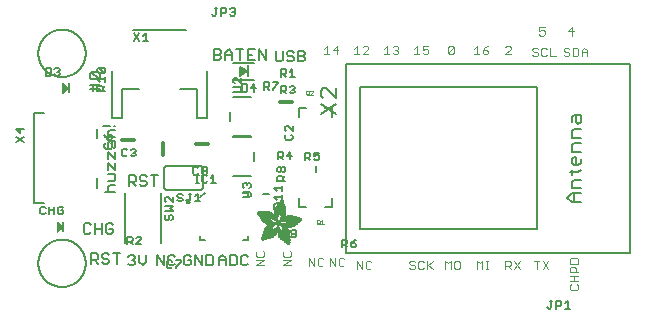
<source format=gbr>
G04 EAGLE Gerber RS-274X export*
G75*
%MOMM*%
%FSLAX34Y34*%
%LPD*%
%INSilkscreen Top*%
%IPPOS*%
%AMOC8*
5,1,8,0,0,1.08239X$1,22.5*%
G01*
%ADD10C,0.127000*%
%ADD11C,0.101600*%
%ADD12C,0.304800*%
%ADD13C,0.152400*%
%ADD14C,0.203200*%
%ADD15R,0.200000X1.000000*%
%ADD16R,0.190500X0.889000*%
%ADD17C,0.177800*%
%ADD18C,0.025400*%
%ADD19R,0.050800X0.006300*%
%ADD20R,0.082600X0.006400*%
%ADD21R,0.120600X0.006300*%
%ADD22R,0.139700X0.006400*%
%ADD23R,0.158800X0.006300*%
%ADD24R,0.177800X0.006400*%
%ADD25R,0.196800X0.006300*%
%ADD26R,0.215900X0.006400*%
%ADD27R,0.228600X0.006300*%
%ADD28R,0.241300X0.006400*%
%ADD29R,0.254000X0.006300*%
%ADD30R,0.266700X0.006400*%
%ADD31R,0.279400X0.006300*%
%ADD32R,0.285700X0.006400*%
%ADD33R,0.298400X0.006300*%
%ADD34R,0.311200X0.006400*%
%ADD35R,0.317500X0.006300*%
%ADD36R,0.330200X0.006400*%
%ADD37R,0.336600X0.006300*%
%ADD38R,0.349200X0.006400*%
%ADD39R,0.361900X0.006300*%
%ADD40R,0.368300X0.006400*%
%ADD41R,0.381000X0.006300*%
%ADD42R,0.387300X0.006400*%
%ADD43R,0.393700X0.006300*%
%ADD44R,0.406400X0.006400*%
%ADD45R,0.412700X0.006300*%
%ADD46R,0.419100X0.006400*%
%ADD47R,0.431800X0.006300*%
%ADD48R,0.438100X0.006400*%
%ADD49R,0.450800X0.006300*%
%ADD50R,0.457200X0.006400*%
%ADD51R,0.463500X0.006300*%
%ADD52R,0.476200X0.006400*%
%ADD53R,0.482600X0.006300*%
%ADD54R,0.488900X0.006400*%
%ADD55R,0.501600X0.006300*%
%ADD56R,0.508000X0.006400*%
%ADD57R,0.514300X0.006300*%
%ADD58R,0.527000X0.006400*%
%ADD59R,0.533400X0.006300*%
%ADD60R,0.546100X0.006400*%
%ADD61R,0.552400X0.006300*%
%ADD62R,0.558800X0.006400*%
%ADD63R,0.571500X0.006300*%
%ADD64R,0.577800X0.006400*%
%ADD65R,0.584200X0.006300*%
%ADD66R,0.596900X0.006400*%
%ADD67R,0.603200X0.006300*%
%ADD68R,0.609600X0.006400*%
%ADD69R,0.622300X0.006300*%
%ADD70R,0.628600X0.006400*%
%ADD71R,0.641300X0.006300*%
%ADD72R,0.647700X0.006400*%
%ADD73R,0.063500X0.006300*%
%ADD74R,0.654000X0.006300*%
%ADD75R,0.101600X0.006400*%
%ADD76R,0.666700X0.006400*%
%ADD77R,0.139700X0.006300*%
%ADD78R,0.673100X0.006300*%
%ADD79R,0.165100X0.006400*%
%ADD80R,0.679400X0.006400*%
%ADD81R,0.196900X0.006300*%
%ADD82R,0.692100X0.006300*%
%ADD83R,0.222200X0.006400*%
%ADD84R,0.698500X0.006400*%
%ADD85R,0.247700X0.006300*%
%ADD86R,0.704800X0.006300*%
%ADD87R,0.279400X0.006400*%
%ADD88R,0.717500X0.006400*%
%ADD89R,0.298500X0.006300*%
%ADD90R,0.723900X0.006300*%
%ADD91R,0.736600X0.006400*%
%ADD92R,0.342900X0.006300*%
%ADD93R,0.742900X0.006300*%
%ADD94R,0.374700X0.006400*%
%ADD95R,0.749300X0.006400*%
%ADD96R,0.762000X0.006300*%
%ADD97R,0.412700X0.006400*%
%ADD98R,0.768300X0.006400*%
%ADD99R,0.438100X0.006300*%
%ADD100R,0.774700X0.006300*%
%ADD101R,0.463600X0.006400*%
%ADD102R,0.787400X0.006400*%
%ADD103R,0.793700X0.006300*%
%ADD104R,0.495300X0.006400*%
%ADD105R,0.800100X0.006400*%
%ADD106R,0.520700X0.006300*%
%ADD107R,0.812800X0.006300*%
%ADD108R,0.533400X0.006400*%
%ADD109R,0.819100X0.006400*%
%ADD110R,0.558800X0.006300*%
%ADD111R,0.825500X0.006300*%
%ADD112R,0.577900X0.006400*%
%ADD113R,0.831800X0.006400*%
%ADD114R,0.596900X0.006300*%
%ADD115R,0.844500X0.006300*%
%ADD116R,0.616000X0.006400*%
%ADD117R,0.850900X0.006400*%
%ADD118R,0.635000X0.006300*%
%ADD119R,0.857200X0.006300*%
%ADD120R,0.654100X0.006400*%
%ADD121R,0.863600X0.006400*%
%ADD122R,0.666700X0.006300*%
%ADD123R,0.869900X0.006300*%
%ADD124R,0.685800X0.006400*%
%ADD125R,0.876300X0.006400*%
%ADD126R,0.882600X0.006300*%
%ADD127R,0.723900X0.006400*%
%ADD128R,0.889000X0.006400*%
%ADD129R,0.895300X0.006300*%
%ADD130R,0.755700X0.006400*%
%ADD131R,0.901700X0.006400*%
%ADD132R,0.908000X0.006300*%
%ADD133R,0.793800X0.006400*%
%ADD134R,0.914400X0.006400*%
%ADD135R,0.806400X0.006300*%
%ADD136R,0.920700X0.006300*%
%ADD137R,0.825500X0.006400*%
%ADD138R,0.927100X0.006400*%
%ADD139R,0.933400X0.006300*%
%ADD140R,0.857300X0.006400*%
%ADD141R,0.939800X0.006400*%
%ADD142R,0.870000X0.006300*%
%ADD143R,0.939800X0.006300*%
%ADD144R,0.946100X0.006400*%
%ADD145R,0.952500X0.006300*%
%ADD146R,0.908000X0.006400*%
%ADD147R,0.958800X0.006400*%
%ADD148R,0.965200X0.006300*%
%ADD149R,0.965200X0.006400*%
%ADD150R,0.971500X0.006300*%
%ADD151R,0.952500X0.006400*%
%ADD152R,0.977900X0.006400*%
%ADD153R,0.958800X0.006300*%
%ADD154R,0.984200X0.006300*%
%ADD155R,0.971500X0.006400*%
%ADD156R,0.984200X0.006400*%
%ADD157R,0.990600X0.006300*%
%ADD158R,0.984300X0.006400*%
%ADD159R,0.996900X0.006400*%
%ADD160R,0.997000X0.006300*%
%ADD161R,0.996900X0.006300*%
%ADD162R,1.003300X0.006400*%
%ADD163R,1.016000X0.006300*%
%ADD164R,1.009600X0.006300*%
%ADD165R,1.016000X0.006400*%
%ADD166R,1.009600X0.006400*%
%ADD167R,1.022300X0.006300*%
%ADD168R,1.028700X0.006400*%
%ADD169R,1.035100X0.006300*%
%ADD170R,1.047800X0.006400*%
%ADD171R,1.054100X0.006300*%
%ADD172R,1.028700X0.006300*%
%ADD173R,1.054100X0.006400*%
%ADD174R,1.035000X0.006400*%
%ADD175R,1.060400X0.006300*%
%ADD176R,1.035000X0.006300*%
%ADD177R,1.060500X0.006400*%
%ADD178R,1.041400X0.006400*%
%ADD179R,1.066800X0.006300*%
%ADD180R,1.041400X0.006300*%
%ADD181R,1.079500X0.006400*%
%ADD182R,1.047700X0.006400*%
%ADD183R,1.085900X0.006300*%
%ADD184R,1.047700X0.006300*%
%ADD185R,1.085800X0.006400*%
%ADD186R,1.092200X0.006300*%
%ADD187R,1.085900X0.006400*%
%ADD188R,1.098600X0.006300*%
%ADD189R,1.098600X0.006400*%
%ADD190R,1.060400X0.006400*%
%ADD191R,1.104900X0.006300*%
%ADD192R,1.104900X0.006400*%
%ADD193R,1.066800X0.006400*%
%ADD194R,1.111200X0.006300*%
%ADD195R,1.117600X0.006400*%
%ADD196R,1.117600X0.006300*%
%ADD197R,1.073100X0.006300*%
%ADD198R,1.073100X0.006400*%
%ADD199R,1.124000X0.006300*%
%ADD200R,1.079500X0.006300*%
%ADD201R,1.123900X0.006400*%
%ADD202R,1.130300X0.006300*%
%ADD203R,1.130300X0.006400*%
%ADD204R,1.136700X0.006400*%
%ADD205R,1.136700X0.006300*%
%ADD206R,1.085800X0.006300*%
%ADD207R,1.136600X0.006400*%
%ADD208R,1.136600X0.006300*%
%ADD209R,1.143000X0.006400*%
%ADD210R,1.143000X0.006300*%
%ADD211R,1.149400X0.006300*%
%ADD212R,1.149300X0.006300*%
%ADD213R,1.149300X0.006400*%
%ADD214R,1.149400X0.006400*%
%ADD215R,1.155700X0.006400*%
%ADD216R,1.155700X0.006300*%
%ADD217R,1.060500X0.006300*%
%ADD218R,2.197100X0.006400*%
%ADD219R,2.197100X0.006300*%
%ADD220R,2.184400X0.006300*%
%ADD221R,2.184400X0.006400*%
%ADD222R,2.171700X0.006400*%
%ADD223R,2.171700X0.006300*%
%ADD224R,1.530300X0.006400*%
%ADD225R,1.505000X0.006300*%
%ADD226R,1.492300X0.006400*%
%ADD227R,1.485900X0.006300*%
%ADD228R,0.565200X0.006300*%
%ADD229R,1.473200X0.006400*%
%ADD230R,0.565200X0.006400*%
%ADD231R,1.460500X0.006300*%
%ADD232R,1.454100X0.006400*%
%ADD233R,0.552400X0.006400*%
%ADD234R,1.441500X0.006300*%
%ADD235R,0.546100X0.006300*%
%ADD236R,1.435100X0.006400*%
%ADD237R,0.539800X0.006400*%
%ADD238R,1.428800X0.006300*%
%ADD239R,1.422400X0.006400*%
%ADD240R,1.409700X0.006300*%
%ADD241R,0.527100X0.006300*%
%ADD242R,1.403300X0.006400*%
%ADD243R,0.527100X0.006400*%
%ADD244R,1.390700X0.006300*%
%ADD245R,1.384300X0.006400*%
%ADD246R,0.520700X0.006400*%
%ADD247R,1.384300X0.006300*%
%ADD248R,0.514400X0.006300*%
%ADD249R,1.371600X0.006400*%
%ADD250R,1.365200X0.006300*%
%ADD251R,0.508000X0.006300*%
%ADD252R,1.352600X0.006400*%
%ADD253R,0.501700X0.006400*%
%ADD254R,0.711200X0.006300*%
%ADD255R,0.603300X0.006300*%
%ADD256R,0.501700X0.006300*%
%ADD257R,0.692100X0.006400*%
%ADD258R,0.571500X0.006400*%
%ADD259R,0.679400X0.006300*%
%ADD260R,0.495300X0.006300*%
%ADD261R,0.673100X0.006400*%
%ADD262R,0.666800X0.006300*%
%ADD263R,0.488900X0.006300*%
%ADD264R,0.660400X0.006400*%
%ADD265R,0.482600X0.006400*%
%ADD266R,0.476200X0.006300*%
%ADD267R,0.654000X0.006400*%
%ADD268R,0.469900X0.006400*%
%ADD269R,0.476300X0.006400*%
%ADD270R,0.647700X0.006300*%
%ADD271R,0.457200X0.006300*%
%ADD272R,0.469900X0.006300*%
%ADD273R,0.641300X0.006400*%
%ADD274R,0.444500X0.006400*%
%ADD275R,0.463600X0.006300*%
%ADD276R,0.635000X0.006400*%
%ADD277R,0.463500X0.006400*%
%ADD278R,0.393700X0.006400*%
%ADD279R,0.450800X0.006400*%
%ADD280R,0.628600X0.006300*%
%ADD281R,0.387400X0.006300*%
%ADD282R,0.450900X0.006300*%
%ADD283R,0.628700X0.006400*%
%ADD284R,0.374600X0.006400*%
%ADD285R,0.368300X0.006300*%
%ADD286R,0.438200X0.006300*%
%ADD287R,0.622300X0.006400*%
%ADD288R,0.355600X0.006400*%
%ADD289R,0.431800X0.006400*%
%ADD290R,0.349300X0.006300*%
%ADD291R,0.425400X0.006300*%
%ADD292R,0.615900X0.006300*%
%ADD293R,0.330200X0.006300*%
%ADD294R,0.419100X0.006300*%
%ADD295R,0.616000X0.006300*%
%ADD296R,0.311200X0.006300*%
%ADD297R,0.406400X0.006300*%
%ADD298R,0.615900X0.006400*%
%ADD299R,0.304800X0.006400*%
%ADD300R,0.158800X0.006400*%
%ADD301R,0.609600X0.006300*%
%ADD302R,0.292100X0.006300*%
%ADD303R,0.235000X0.006300*%
%ADD304R,0.387400X0.006400*%
%ADD305R,0.292100X0.006400*%
%ADD306R,0.336500X0.006300*%
%ADD307R,0.260400X0.006300*%
%ADD308R,0.603300X0.006400*%
%ADD309R,0.260400X0.006400*%
%ADD310R,0.362000X0.006400*%
%ADD311R,0.450900X0.006400*%
%ADD312R,0.355600X0.006300*%
%ADD313R,0.342900X0.006400*%
%ADD314R,0.514300X0.006400*%
%ADD315R,0.234900X0.006300*%
%ADD316R,0.539700X0.006300*%
%ADD317R,0.603200X0.006400*%
%ADD318R,0.234900X0.006400*%
%ADD319R,0.920700X0.006400*%
%ADD320R,0.958900X0.006400*%
%ADD321R,0.215900X0.006300*%
%ADD322R,0.209600X0.006400*%
%ADD323R,0.203200X0.006300*%
%ADD324R,1.003300X0.006300*%
%ADD325R,0.203200X0.006400*%
%ADD326R,0.196900X0.006400*%
%ADD327R,0.190500X0.006300*%
%ADD328R,0.190500X0.006400*%
%ADD329R,0.184200X0.006300*%
%ADD330R,0.590500X0.006400*%
%ADD331R,0.184200X0.006400*%
%ADD332R,0.590500X0.006300*%
%ADD333R,0.177800X0.006300*%
%ADD334R,0.584200X0.006400*%
%ADD335R,1.168400X0.006400*%
%ADD336R,0.171500X0.006300*%
%ADD337R,1.187500X0.006300*%
%ADD338R,1.200100X0.006400*%
%ADD339R,0.577800X0.006300*%
%ADD340R,1.212900X0.006300*%
%ADD341R,1.231900X0.006400*%
%ADD342R,1.250900X0.006300*%
%ADD343R,0.565100X0.006400*%
%ADD344R,0.184100X0.006400*%
%ADD345R,1.263700X0.006400*%
%ADD346R,0.565100X0.006300*%
%ADD347R,1.289100X0.006300*%
%ADD348R,1.314400X0.006400*%
%ADD349R,0.552500X0.006300*%
%ADD350R,1.568500X0.006300*%
%ADD351R,0.552500X0.006400*%
%ADD352R,1.581200X0.006400*%
%ADD353R,1.593800X0.006300*%
%ADD354R,1.606500X0.006400*%
%ADD355R,1.619300X0.006300*%
%ADD356R,0.514400X0.006400*%
%ADD357R,1.638300X0.006400*%
%ADD358R,1.657300X0.006300*%
%ADD359R,2.209800X0.006400*%
%ADD360R,2.425700X0.006300*%
%ADD361R,2.470100X0.006400*%
%ADD362R,2.501900X0.006300*%
%ADD363R,2.533700X0.006400*%
%ADD364R,2.559000X0.006300*%
%ADD365R,2.584500X0.006400*%
%ADD366R,2.609900X0.006300*%
%ADD367R,2.628900X0.006400*%
%ADD368R,2.660600X0.006300*%
%ADD369R,2.673400X0.006400*%
%ADD370R,1.422400X0.006300*%
%ADD371R,1.200200X0.006300*%
%ADD372R,1.365300X0.006300*%
%ADD373R,1.365300X0.006400*%
%ADD374R,1.352500X0.006300*%
%ADD375R,1.098500X0.006300*%
%ADD376R,1.358900X0.006400*%
%ADD377R,1.352600X0.006300*%
%ADD378R,1.358900X0.006300*%
%ADD379R,1.371600X0.006300*%
%ADD380R,1.377900X0.006400*%
%ADD381R,1.397000X0.006400*%
%ADD382R,1.403300X0.006300*%
%ADD383R,0.914400X0.006300*%
%ADD384R,0.876300X0.006300*%
%ADD385R,0.374600X0.006300*%
%ADD386R,1.073200X0.006400*%
%ADD387R,0.374700X0.006300*%
%ADD388R,0.844600X0.006400*%
%ADD389R,0.844600X0.006300*%
%ADD390R,0.831900X0.006400*%
%ADD391R,1.092200X0.006400*%
%ADD392R,0.400000X0.006300*%
%ADD393R,0.819200X0.006400*%
%ADD394R,1.111300X0.006400*%
%ADD395R,0.812800X0.006400*%
%ADD396R,0.800100X0.006300*%
%ADD397R,0.476300X0.006300*%
%ADD398R,1.181100X0.006300*%
%ADD399R,0.501600X0.006400*%
%ADD400R,1.193800X0.006400*%
%ADD401R,0.781000X0.006400*%
%ADD402R,1.238200X0.006400*%
%ADD403R,0.781100X0.006300*%
%ADD404R,1.257300X0.006300*%
%ADD405R,1.295400X0.006400*%
%ADD406R,1.333500X0.006300*%
%ADD407R,0.774700X0.006400*%
%ADD408R,1.866900X0.006400*%
%ADD409R,0.209600X0.006300*%
%ADD410R,1.866900X0.006300*%
%ADD411R,0.768400X0.006400*%
%ADD412R,0.209500X0.006400*%
%ADD413R,1.860600X0.006400*%
%ADD414R,0.762000X0.006400*%
%ADD415R,0.768400X0.006300*%
%ADD416R,1.860600X0.006300*%
%ADD417R,1.860500X0.006400*%
%ADD418R,0.222300X0.006300*%
%ADD419R,1.854200X0.006300*%
%ADD420R,0.235000X0.006400*%
%ADD421R,1.854200X0.006400*%
%ADD422R,0.768300X0.006300*%
%ADD423R,0.260300X0.006400*%
%ADD424R,1.847800X0.006400*%
%ADD425R,0.266700X0.006300*%
%ADD426R,1.847800X0.006300*%
%ADD427R,0.273100X0.006400*%
%ADD428R,1.841500X0.006400*%
%ADD429R,0.285800X0.006300*%
%ADD430R,1.841500X0.006300*%
%ADD431R,0.298500X0.006400*%
%ADD432R,1.835100X0.006400*%
%ADD433R,0.781000X0.006300*%
%ADD434R,0.304800X0.006300*%
%ADD435R,1.835100X0.006300*%
%ADD436R,0.317500X0.006400*%
%ADD437R,1.828800X0.006400*%
%ADD438R,0.787400X0.006300*%
%ADD439R,0.323800X0.006300*%
%ADD440R,1.828800X0.006300*%
%ADD441R,0.793700X0.006400*%
%ADD442R,1.822400X0.006400*%
%ADD443R,0.806500X0.006300*%
%ADD444R,1.822400X0.006300*%
%ADD445R,1.816100X0.006400*%
%ADD446R,0.819100X0.006300*%
%ADD447R,0.387300X0.006300*%
%ADD448R,1.816100X0.006300*%
%ADD449R,1.809800X0.006400*%
%ADD450R,1.803400X0.006300*%
%ADD451R,1.797000X0.006400*%
%ADD452R,0.901700X0.006300*%
%ADD453R,1.797000X0.006300*%
%ADD454R,1.441400X0.006400*%
%ADD455R,1.790700X0.006400*%
%ADD456R,1.447800X0.006300*%
%ADD457R,1.784300X0.006300*%
%ADD458R,1.447800X0.006400*%
%ADD459R,1.784300X0.006400*%
%ADD460R,1.454100X0.006300*%
%ADD461R,1.771700X0.006300*%
%ADD462R,1.460500X0.006400*%
%ADD463R,1.759000X0.006400*%
%ADD464R,1.466800X0.006300*%
%ADD465R,1.752600X0.006300*%
%ADD466R,1.466800X0.006400*%
%ADD467R,1.739900X0.006400*%
%ADD468R,1.473200X0.006300*%
%ADD469R,1.727200X0.006300*%
%ADD470R,1.479500X0.006400*%
%ADD471R,1.714500X0.006400*%
%ADD472R,1.695400X0.006300*%
%ADD473R,1.485900X0.006400*%
%ADD474R,1.682700X0.006400*%
%ADD475R,1.492200X0.006300*%
%ADD476R,1.663700X0.006300*%
%ADD477R,1.498600X0.006400*%
%ADD478R,1.644600X0.006400*%
%ADD479R,1.498600X0.006300*%
%ADD480R,1.619200X0.006300*%
%ADD481R,1.511300X0.006400*%
%ADD482R,1.600200X0.006400*%
%ADD483R,1.517700X0.006300*%
%ADD484R,1.574800X0.006300*%
%ADD485R,1.524000X0.006400*%
%ADD486R,1.555800X0.006400*%
%ADD487R,1.524000X0.006300*%
%ADD488R,1.536700X0.006300*%
%ADD489R,1.530400X0.006400*%
%ADD490R,1.517700X0.006400*%
%ADD491R,1.492300X0.006300*%
%ADD492R,1.549400X0.006400*%
%ADD493R,1.479600X0.006400*%
%ADD494R,1.549400X0.006300*%
%ADD495R,1.555700X0.006400*%
%ADD496R,1.562100X0.006300*%
%ADD497R,0.323900X0.006300*%
%ADD498R,1.568400X0.006400*%
%ADD499R,0.336600X0.006400*%
%ADD500R,1.587500X0.006300*%
%ADD501R,0.971600X0.006300*%
%ADD502R,0.349300X0.006400*%
%ADD503R,1.600200X0.006300*%
%ADD504R,0.920800X0.006300*%
%ADD505R,0.882700X0.006400*%
%ADD506R,1.612900X0.006300*%
%ADD507R,0.362000X0.006300*%
%ADD508R,1.625600X0.006400*%
%ADD509R,1.625600X0.006300*%
%ADD510R,1.644600X0.006300*%
%ADD511R,0.736600X0.006300*%
%ADD512R,0.717600X0.006400*%
%ADD513R,1.657400X0.006300*%
%ADD514R,0.679500X0.006300*%
%ADD515R,1.663700X0.006400*%
%ADD516R,0.400000X0.006400*%
%ADD517R,1.676400X0.006300*%
%ADD518R,1.676400X0.006400*%
%ADD519R,0.425500X0.006400*%
%ADD520R,1.352500X0.006400*%
%ADD521R,0.444500X0.006300*%
%ADD522R,0.361900X0.006400*%
%ADD523R,0.088900X0.006300*%
%ADD524R,1.009700X0.006300*%
%ADD525R,1.009700X0.006400*%
%ADD526R,1.022300X0.006400*%
%ADD527R,1.346200X0.006400*%
%ADD528R,1.346200X0.006300*%
%ADD529R,1.339900X0.006400*%
%ADD530R,1.035100X0.006400*%
%ADD531R,1.339800X0.006300*%
%ADD532R,1.333500X0.006400*%
%ADD533R,1.327200X0.006400*%
%ADD534R,1.320800X0.006300*%
%ADD535R,1.314500X0.006400*%
%ADD536R,1.314400X0.006300*%
%ADD537R,1.301700X0.006400*%
%ADD538R,1.295400X0.006300*%
%ADD539R,1.289000X0.006400*%
%ADD540R,1.276300X0.006300*%
%ADD541R,1.251000X0.006300*%
%ADD542R,1.244600X0.006400*%
%ADD543R,1.231900X0.006300*%
%ADD544R,1.212800X0.006400*%
%ADD545R,1.200100X0.006300*%
%ADD546R,1.187400X0.006400*%
%ADD547R,1.168400X0.006300*%
%ADD548R,1.047800X0.006300*%
%ADD549R,0.977900X0.006300*%
%ADD550R,0.946200X0.006400*%
%ADD551R,0.933400X0.006400*%
%ADD552R,0.895300X0.006400*%
%ADD553R,0.882700X0.006300*%
%ADD554R,0.863600X0.006300*%
%ADD555R,0.857200X0.006400*%
%ADD556R,0.850900X0.006300*%
%ADD557R,0.838200X0.006300*%
%ADD558R,0.806500X0.006400*%
%ADD559R,0.717600X0.006300*%
%ADD560R,0.711200X0.006400*%
%ADD561R,0.641400X0.006400*%
%ADD562R,0.641400X0.006300*%
%ADD563R,0.628700X0.006300*%
%ADD564R,0.590600X0.006300*%
%ADD565R,0.539700X0.006400*%
%ADD566R,0.285700X0.006300*%
%ADD567R,0.222200X0.006300*%
%ADD568R,0.171400X0.006300*%
%ADD569R,0.152400X0.006400*%
%ADD570R,0.133400X0.006300*%

G36*
X26092Y168789D02*
X26092Y168789D01*
X26110Y168787D01*
X26212Y168815D01*
X26315Y168837D01*
X26330Y168846D01*
X26347Y168851D01*
X26492Y168936D01*
X31572Y172746D01*
X31575Y172749D01*
X31579Y172751D01*
X31660Y172838D01*
X31742Y172923D01*
X31744Y172927D01*
X31747Y172930D01*
X31797Y173039D01*
X31847Y173146D01*
X31847Y173150D01*
X31849Y173154D01*
X31862Y173272D01*
X31875Y173390D01*
X31875Y173394D01*
X31875Y173399D01*
X31849Y173515D01*
X31825Y173631D01*
X31822Y173635D01*
X31821Y173639D01*
X31760Y173741D01*
X31700Y173843D01*
X31696Y173846D01*
X31694Y173849D01*
X31572Y173964D01*
X26492Y177774D01*
X26476Y177782D01*
X26463Y177795D01*
X26448Y177802D01*
X26440Y177808D01*
X26390Y177828D01*
X26367Y177839D01*
X26274Y177888D01*
X26256Y177891D01*
X26240Y177898D01*
X26135Y177910D01*
X26031Y177926D01*
X26013Y177923D01*
X25996Y177925D01*
X25893Y177903D01*
X25788Y177885D01*
X25773Y177877D01*
X25755Y177873D01*
X25665Y177819D01*
X25572Y177769D01*
X25559Y177756D01*
X25544Y177747D01*
X25475Y177667D01*
X25403Y177590D01*
X25396Y177573D01*
X25384Y177560D01*
X25345Y177462D01*
X25301Y177366D01*
X25299Y177348D01*
X25292Y177332D01*
X25274Y177165D01*
X25274Y169545D01*
X25277Y169527D01*
X25275Y169510D01*
X25296Y169406D01*
X25314Y169302D01*
X25322Y169287D01*
X25326Y169269D01*
X25379Y169178D01*
X25429Y169085D01*
X25441Y169073D01*
X25451Y169057D01*
X25530Y168988D01*
X25607Y168916D01*
X25623Y168908D01*
X25637Y168896D01*
X25734Y168856D01*
X25830Y168812D01*
X25848Y168810D01*
X25864Y168803D01*
X25970Y168796D01*
X26074Y168785D01*
X26092Y168789D01*
G37*
G36*
X21647Y51314D02*
X21647Y51314D01*
X21665Y51312D01*
X21767Y51340D01*
X21870Y51362D01*
X21885Y51371D01*
X21902Y51376D01*
X22047Y51461D01*
X27127Y55271D01*
X27130Y55274D01*
X27134Y55276D01*
X27215Y55363D01*
X27297Y55448D01*
X27299Y55452D01*
X27302Y55455D01*
X27352Y55564D01*
X27402Y55671D01*
X27402Y55675D01*
X27404Y55679D01*
X27417Y55797D01*
X27430Y55915D01*
X27430Y55919D01*
X27430Y55924D01*
X27404Y56040D01*
X27380Y56156D01*
X27377Y56160D01*
X27376Y56164D01*
X27315Y56266D01*
X27255Y56368D01*
X27251Y56371D01*
X27249Y56374D01*
X27127Y56489D01*
X22047Y60299D01*
X22031Y60307D01*
X22018Y60320D01*
X22003Y60327D01*
X21995Y60333D01*
X21945Y60353D01*
X21922Y60364D01*
X21829Y60413D01*
X21811Y60416D01*
X21795Y60423D01*
X21690Y60435D01*
X21586Y60451D01*
X21568Y60448D01*
X21551Y60450D01*
X21448Y60428D01*
X21343Y60410D01*
X21328Y60402D01*
X21310Y60398D01*
X21220Y60344D01*
X21127Y60294D01*
X21114Y60281D01*
X21099Y60272D01*
X21030Y60192D01*
X20958Y60115D01*
X20951Y60098D01*
X20939Y60085D01*
X20900Y59987D01*
X20856Y59891D01*
X20854Y59873D01*
X20847Y59857D01*
X20829Y59690D01*
X20829Y52070D01*
X20832Y52052D01*
X20830Y52035D01*
X20851Y51931D01*
X20869Y51827D01*
X20877Y51812D01*
X20881Y51794D01*
X20934Y51703D01*
X20984Y51610D01*
X20996Y51598D01*
X21006Y51582D01*
X21085Y51513D01*
X21162Y51441D01*
X21178Y51433D01*
X21192Y51421D01*
X21289Y51381D01*
X21385Y51337D01*
X21403Y51335D01*
X21419Y51328D01*
X21525Y51321D01*
X21629Y51310D01*
X21647Y51314D01*
G37*
G36*
X177115Y184953D02*
X177115Y184953D01*
X177186Y184951D01*
X177256Y184970D01*
X177327Y184978D01*
X177382Y185003D01*
X177461Y185023D01*
X177564Y185084D01*
X177633Y185115D01*
X180633Y187115D01*
X180720Y187192D01*
X180810Y187265D01*
X180825Y187287D01*
X180845Y187305D01*
X180907Y187402D01*
X180974Y187497D01*
X180982Y187523D01*
X180997Y187545D01*
X181029Y187656D01*
X181067Y187766D01*
X181068Y187793D01*
X181075Y187818D01*
X181075Y187934D01*
X181081Y188050D01*
X181075Y188076D01*
X181075Y188103D01*
X181043Y188214D01*
X181017Y188327D01*
X181004Y188350D01*
X180996Y188376D01*
X180934Y188474D01*
X180878Y188575D01*
X180860Y188591D01*
X180845Y188616D01*
X180637Y188801D01*
X180633Y188805D01*
X177633Y190805D01*
X177569Y190836D01*
X177509Y190876D01*
X177441Y190897D01*
X177377Y190928D01*
X177306Y190940D01*
X177238Y190961D01*
X177167Y190963D01*
X177097Y190975D01*
X177025Y190967D01*
X176954Y190969D01*
X176885Y190951D01*
X176814Y190942D01*
X176748Y190915D01*
X176679Y190897D01*
X176618Y190860D01*
X176552Y190833D01*
X176496Y190788D01*
X176434Y190752D01*
X176385Y190700D01*
X176330Y190655D01*
X176289Y190597D01*
X176240Y190544D01*
X176207Y190481D01*
X176166Y190423D01*
X176143Y190355D01*
X176110Y190291D01*
X176100Y190232D01*
X176073Y190154D01*
X176067Y190035D01*
X176055Y189960D01*
X176055Y185960D01*
X176065Y185889D01*
X176065Y185817D01*
X176085Y185749D01*
X176095Y185679D01*
X176124Y185613D01*
X176144Y185544D01*
X176182Y185484D01*
X176211Y185419D01*
X176257Y185364D01*
X176295Y185304D01*
X176349Y185256D01*
X176395Y185202D01*
X176454Y185162D01*
X176508Y185115D01*
X176572Y185084D01*
X176631Y185045D01*
X176700Y185023D01*
X176764Y184992D01*
X176834Y184980D01*
X176902Y184959D01*
X176974Y184957D01*
X177045Y184945D01*
X177115Y184953D01*
G37*
D10*
X206312Y205113D02*
X206312Y197698D01*
X207795Y196215D01*
X210761Y196215D01*
X212244Y197698D01*
X212244Y205113D01*
X220116Y205113D02*
X221599Y203630D01*
X220116Y205113D02*
X217150Y205113D01*
X215667Y203630D01*
X215667Y202147D01*
X217150Y200664D01*
X220116Y200664D01*
X221599Y199181D01*
X221599Y197698D01*
X220116Y196215D01*
X217150Y196215D01*
X215667Y197698D01*
X225023Y196215D02*
X225023Y205113D01*
X229471Y205113D01*
X230954Y203630D01*
X230954Y202147D01*
X229471Y200664D01*
X230954Y199181D01*
X230954Y197698D01*
X229471Y196215D01*
X225023Y196215D01*
X225023Y200664D02*
X229471Y200664D01*
X50102Y33663D02*
X50102Y24765D01*
X50102Y33663D02*
X54551Y33663D01*
X56034Y32180D01*
X56034Y29214D01*
X54551Y27731D01*
X50102Y27731D01*
X53068Y27731D02*
X56034Y24765D01*
X63906Y33663D02*
X65389Y32180D01*
X63906Y33663D02*
X60940Y33663D01*
X59457Y32180D01*
X59457Y30697D01*
X60940Y29214D01*
X63906Y29214D01*
X65389Y27731D01*
X65389Y26248D01*
X63906Y24765D01*
X60940Y24765D01*
X59457Y26248D01*
X71778Y24765D02*
X71778Y33663D01*
X68813Y33663D02*
X74744Y33663D01*
X105580Y32393D02*
X105580Y23495D01*
X111512Y23495D02*
X105580Y32393D01*
X111512Y32393D02*
X111512Y23495D01*
X119384Y32393D02*
X120867Y30910D01*
X119384Y32393D02*
X116418Y32393D01*
X114935Y30910D01*
X114935Y24978D01*
X116418Y23495D01*
X119384Y23495D01*
X120867Y24978D01*
X82933Y32393D02*
X81450Y30910D01*
X82933Y32393D02*
X85899Y32393D01*
X87382Y30910D01*
X87382Y29427D01*
X85899Y27944D01*
X84416Y27944D01*
X85899Y27944D02*
X87382Y26461D01*
X87382Y24978D01*
X85899Y23495D01*
X82933Y23495D01*
X81450Y24978D01*
X90805Y26461D02*
X90805Y32393D01*
X90805Y26461D02*
X93771Y23495D01*
X96737Y26461D01*
X96737Y32393D01*
D11*
X189478Y23504D02*
X196596Y23504D01*
X196596Y28249D02*
X189478Y23504D01*
X189478Y28249D02*
X196596Y28249D01*
X189478Y34547D02*
X190664Y35733D01*
X189478Y34547D02*
X189478Y32174D01*
X190664Y30988D01*
X195410Y30988D01*
X196596Y32174D01*
X196596Y34547D01*
X195410Y35733D01*
D10*
X158052Y29427D02*
X158052Y23495D01*
X158052Y29427D02*
X161018Y32393D01*
X163984Y29427D01*
X163984Y23495D01*
X163984Y27944D02*
X158052Y27944D01*
X167407Y32393D02*
X167407Y23495D01*
X171856Y23495D01*
X173339Y24978D01*
X173339Y30910D01*
X171856Y32393D01*
X167407Y32393D01*
X181211Y32393D02*
X182694Y30910D01*
X181211Y32393D02*
X178246Y32393D01*
X176763Y30910D01*
X176763Y24978D01*
X178246Y23495D01*
X181211Y23495D01*
X182694Y24978D01*
D11*
X247024Y206929D02*
X249397Y209302D01*
X249397Y202184D01*
X251769Y202184D02*
X247024Y202184D01*
X258067Y202184D02*
X258067Y209302D01*
X254508Y205743D01*
X259253Y205743D01*
X400626Y202184D02*
X405371Y202184D01*
X400626Y202184D02*
X405371Y206929D01*
X405371Y208116D01*
X404185Y209302D01*
X401812Y209302D01*
X400626Y208116D01*
X300197Y209302D02*
X297824Y206929D01*
X300197Y209302D02*
X300197Y202184D01*
X302569Y202184D02*
X297824Y202184D01*
X305308Y208116D02*
X306494Y209302D01*
X308867Y209302D01*
X310053Y208116D01*
X310053Y206929D01*
X308867Y205743D01*
X307681Y205743D01*
X308867Y205743D02*
X310053Y204557D01*
X310053Y203370D01*
X308867Y202184D01*
X306494Y202184D01*
X305308Y203370D01*
X323224Y206929D02*
X325597Y209302D01*
X325597Y202184D01*
X327969Y202184D02*
X323224Y202184D01*
X330708Y209302D02*
X335453Y209302D01*
X330708Y209302D02*
X330708Y205743D01*
X333081Y206929D01*
X334267Y206929D01*
X335453Y205743D01*
X335453Y203370D01*
X334267Y202184D01*
X331894Y202184D01*
X330708Y203370D01*
X352366Y203370D02*
X352366Y208116D01*
X353552Y209302D01*
X355925Y209302D01*
X357111Y208116D01*
X357111Y203370D01*
X355925Y202184D01*
X353552Y202184D01*
X352366Y203370D01*
X357111Y208116D01*
X323041Y27692D02*
X324227Y26506D01*
X323041Y27692D02*
X320668Y27692D01*
X319482Y26506D01*
X319482Y25319D01*
X320668Y24133D01*
X323041Y24133D01*
X324227Y22947D01*
X324227Y21760D01*
X323041Y20574D01*
X320668Y20574D01*
X319482Y21760D01*
X330525Y27692D02*
X331711Y26506D01*
X330525Y27692D02*
X328152Y27692D01*
X326966Y26506D01*
X326966Y21760D01*
X328152Y20574D01*
X330525Y20574D01*
X331711Y21760D01*
X334450Y20574D02*
X334450Y27692D01*
X334450Y22947D02*
X339195Y27692D01*
X335636Y24133D02*
X339195Y20574D01*
X349894Y20574D02*
X349894Y27692D01*
X352267Y25319D01*
X354639Y27692D01*
X354639Y20574D01*
X358564Y27692D02*
X360937Y27692D01*
X358564Y27692D02*
X357378Y26506D01*
X357378Y21760D01*
X358564Y20574D01*
X360937Y20574D01*
X362123Y21760D01*
X362123Y26506D01*
X360937Y27692D01*
X376541Y27692D02*
X376541Y20574D01*
X378914Y25319D02*
X376541Y27692D01*
X378914Y25319D02*
X381287Y27692D01*
X381287Y20574D01*
X384025Y20574D02*
X386398Y20574D01*
X385212Y20574D02*
X385212Y27692D01*
X386398Y27692D02*
X384025Y27692D01*
X429201Y225177D02*
X433946Y225177D01*
X429201Y225177D02*
X429201Y221618D01*
X431574Y222804D01*
X432760Y222804D01*
X433946Y221618D01*
X433946Y219245D01*
X432760Y218059D01*
X430387Y218059D01*
X429201Y219245D01*
X457525Y218059D02*
X457525Y225177D01*
X453966Y221618D01*
X458711Y221618D01*
X400694Y27692D02*
X400694Y20574D01*
X400694Y27692D02*
X404253Y27692D01*
X405439Y26506D01*
X405439Y24133D01*
X404253Y22947D01*
X400694Y22947D01*
X403067Y22947D02*
X405439Y20574D01*
X412923Y20574D02*
X408178Y27692D01*
X412923Y27692D02*
X408178Y20574D01*
X427197Y20574D02*
X427197Y27692D01*
X429569Y27692D02*
X424824Y27692D01*
X432308Y27692D02*
X437053Y20574D01*
X432308Y20574D02*
X437053Y27692D01*
D10*
X154242Y197485D02*
X154242Y206383D01*
X158691Y206383D01*
X160174Y204900D01*
X160174Y203417D01*
X158691Y201934D01*
X160174Y200451D01*
X160174Y198968D01*
X158691Y197485D01*
X154242Y197485D01*
X154242Y201934D02*
X158691Y201934D01*
X163597Y203417D02*
X163597Y197485D01*
X163597Y203417D02*
X166563Y206383D01*
X169529Y203417D01*
X169529Y197485D01*
X169529Y201934D02*
X163597Y201934D01*
X175918Y197485D02*
X175918Y206383D01*
X172953Y206383D02*
X178884Y206383D01*
D11*
X272424Y206929D02*
X274797Y209302D01*
X274797Y202184D01*
X277169Y202184D02*
X272424Y202184D01*
X279908Y202184D02*
X284653Y202184D01*
X279908Y202184D02*
X284653Y206929D01*
X284653Y208116D01*
X283467Y209302D01*
X281094Y209302D01*
X279908Y208116D01*
X374024Y206929D02*
X376397Y209302D01*
X376397Y202184D01*
X378769Y202184D02*
X374024Y202184D01*
X383881Y208116D02*
X386253Y209302D01*
X383881Y208116D02*
X381508Y205743D01*
X381508Y203370D01*
X382694Y202184D01*
X385067Y202184D01*
X386253Y203370D01*
X386253Y204557D01*
X385067Y205743D01*
X381508Y205743D01*
D10*
X134774Y30910D02*
X133291Y32393D01*
X130325Y32393D01*
X128842Y30910D01*
X128842Y24978D01*
X130325Y23495D01*
X133291Y23495D01*
X134774Y24978D01*
X134774Y27944D01*
X131808Y27944D01*
X138197Y23495D02*
X138197Y32393D01*
X144129Y23495D01*
X144129Y32393D01*
X147553Y32393D02*
X147553Y23495D01*
X152001Y23495D01*
X153484Y24978D01*
X153484Y30910D01*
X152001Y32393D01*
X147553Y32393D01*
X57785Y173103D02*
X48887Y173103D01*
X48887Y176069D02*
X57785Y176069D01*
X51853Y176069D02*
X51853Y171620D01*
X51853Y176069D02*
X51853Y177552D01*
X54819Y177552D02*
X54819Y171620D01*
X56302Y180975D02*
X50370Y180975D01*
X48887Y182458D01*
X48887Y185424D01*
X50370Y186907D01*
X56302Y186907D01*
X57785Y185424D01*
X57785Y182458D01*
X56302Y180975D01*
X50370Y186907D01*
X183050Y206383D02*
X188982Y206383D01*
X183050Y206383D02*
X183050Y197485D01*
X188982Y197485D01*
X186016Y201934D02*
X183050Y201934D01*
X192405Y197485D02*
X192405Y206383D01*
X198337Y197485D01*
X198337Y206383D01*
D11*
X455543Y6244D02*
X456729Y7430D01*
X455543Y6244D02*
X455543Y3871D01*
X456729Y2685D01*
X461475Y2685D01*
X462661Y3871D01*
X462661Y6244D01*
X461475Y7430D01*
X462661Y10169D02*
X455543Y10169D01*
X459102Y10169D02*
X459102Y14914D01*
X455543Y14914D02*
X462661Y14914D01*
X462661Y17653D02*
X455543Y17653D01*
X455543Y21212D01*
X456729Y22398D01*
X459102Y22398D01*
X460288Y21212D01*
X460288Y17653D01*
X462661Y25137D02*
X455543Y25137D01*
X462661Y25137D02*
X462661Y28696D01*
X461475Y29883D01*
X456729Y29883D01*
X455543Y28696D01*
X455543Y25137D01*
D10*
X81852Y90805D02*
X81852Y99703D01*
X86301Y99703D01*
X87784Y98220D01*
X87784Y95254D01*
X86301Y93771D01*
X81852Y93771D01*
X84818Y93771D02*
X87784Y90805D01*
X95656Y99703D02*
X97139Y98220D01*
X95656Y99703D02*
X92690Y99703D01*
X91207Y98220D01*
X91207Y96737D01*
X92690Y95254D01*
X95656Y95254D01*
X97139Y93771D01*
X97139Y92288D01*
X95656Y90805D01*
X92690Y90805D01*
X91207Y92288D01*
X103528Y90805D02*
X103528Y99703D01*
X100563Y99703D02*
X106494Y99703D01*
X49684Y57580D02*
X48201Y59063D01*
X45235Y59063D01*
X43752Y57580D01*
X43752Y51648D01*
X45235Y50165D01*
X48201Y50165D01*
X49684Y51648D01*
X53107Y50165D02*
X53107Y59063D01*
X53107Y54614D02*
X59039Y54614D01*
X59039Y59063D02*
X59039Y50165D01*
X66911Y59063D02*
X68394Y57580D01*
X66911Y59063D02*
X63946Y59063D01*
X62463Y57580D01*
X62463Y51648D01*
X63946Y50165D01*
X66911Y50165D01*
X68394Y51648D01*
X68394Y54614D01*
X65428Y54614D01*
D11*
X212338Y23504D02*
X219456Y23504D01*
X219456Y28249D02*
X212338Y23504D01*
X212338Y28249D02*
X219456Y28249D01*
X212338Y34547D02*
X213524Y35733D01*
X212338Y34547D02*
X212338Y32174D01*
X213524Y30988D01*
X218270Y30988D01*
X219456Y32174D01*
X219456Y34547D01*
X218270Y35733D01*
X234324Y30232D02*
X234324Y23114D01*
X239069Y23114D02*
X234324Y30232D01*
X239069Y30232D02*
X239069Y23114D01*
X245367Y30232D02*
X246553Y29046D01*
X245367Y30232D02*
X242994Y30232D01*
X241808Y29046D01*
X241808Y24300D01*
X242994Y23114D01*
X245367Y23114D01*
X246553Y24300D01*
X252104Y23114D02*
X252104Y30232D01*
X256849Y23114D01*
X256849Y30232D01*
X263147Y30232D02*
X264333Y29046D01*
X263147Y30232D02*
X260774Y30232D01*
X259588Y29046D01*
X259588Y24300D01*
X260774Y23114D01*
X263147Y23114D01*
X264333Y24300D01*
X274964Y27692D02*
X274964Y20574D01*
X279709Y20574D02*
X274964Y27692D01*
X279709Y27692D02*
X279709Y20574D01*
X286007Y27692D02*
X287193Y26506D01*
X286007Y27692D02*
X283634Y27692D01*
X282448Y26506D01*
X282448Y21760D01*
X283634Y20574D01*
X286007Y20574D01*
X287193Y21760D01*
X428367Y206846D02*
X427181Y208032D01*
X424808Y208032D01*
X423622Y206846D01*
X423622Y205659D01*
X424808Y204473D01*
X427181Y204473D01*
X428367Y203287D01*
X428367Y202100D01*
X427181Y200914D01*
X424808Y200914D01*
X423622Y202100D01*
X434665Y208032D02*
X435851Y206846D01*
X434665Y208032D02*
X432292Y208032D01*
X431106Y206846D01*
X431106Y202100D01*
X432292Y200914D01*
X434665Y200914D01*
X435851Y202100D01*
X438590Y200914D02*
X438590Y208032D01*
X438590Y200914D02*
X443335Y200914D01*
X453851Y208032D02*
X455037Y206846D01*
X453851Y208032D02*
X451478Y208032D01*
X450292Y206846D01*
X450292Y205659D01*
X451478Y204473D01*
X453851Y204473D01*
X455037Y203287D01*
X455037Y202100D01*
X453851Y200914D01*
X451478Y200914D01*
X450292Y202100D01*
X457776Y200914D02*
X457776Y208032D01*
X457776Y200914D02*
X461335Y200914D01*
X462521Y202100D01*
X462521Y206846D01*
X461335Y208032D01*
X457776Y208032D01*
X465260Y205659D02*
X465260Y200914D01*
X465260Y205659D02*
X467633Y208032D01*
X470005Y205659D01*
X470005Y200914D01*
X470005Y204473D02*
X465260Y204473D01*
D10*
X70485Y85310D02*
X61587Y85310D01*
X64553Y86793D02*
X66036Y85310D01*
X64553Y86793D02*
X64553Y89759D01*
X66036Y91242D01*
X70485Y91242D01*
X69002Y94665D02*
X64553Y94665D01*
X69002Y94665D02*
X70485Y96148D01*
X70485Y100597D01*
X64553Y100597D01*
X64553Y104021D02*
X64553Y109952D01*
X70485Y104021D01*
X70485Y109952D01*
X64553Y113376D02*
X64553Y119308D01*
X70485Y113376D01*
X70485Y119308D01*
X64553Y124214D02*
X64553Y127180D01*
X66036Y128663D01*
X70485Y128663D01*
X70485Y124214D01*
X69002Y122731D01*
X67519Y124214D01*
X67519Y128663D01*
X70485Y132086D02*
X61587Y132086D01*
X64553Y133569D02*
X66036Y132086D01*
X64553Y133569D02*
X64553Y136535D01*
X66036Y138018D01*
X70485Y138018D01*
X70485Y141441D02*
X69002Y141441D01*
X66036Y141441D02*
X60104Y141441D01*
D12*
X75800Y129590D02*
X85960Y129590D01*
D13*
X62410Y126883D02*
X61308Y125782D01*
X61308Y123579D01*
X62410Y122477D01*
X66816Y122477D01*
X67918Y123579D01*
X67918Y125782D01*
X66816Y126883D01*
X62410Y132164D02*
X61308Y134368D01*
X62410Y132164D02*
X64613Y129961D01*
X66816Y129961D01*
X67918Y131063D01*
X67918Y133266D01*
X66816Y134368D01*
X65715Y134368D01*
X64613Y133266D01*
X64613Y129961D01*
X117494Y27794D02*
X118595Y26692D01*
X117494Y27794D02*
X115290Y27794D01*
X114189Y26692D01*
X114189Y22286D01*
X115290Y21184D01*
X117494Y21184D01*
X118595Y22286D01*
X121673Y27794D02*
X126079Y27794D01*
X126079Y26692D01*
X121673Y22286D01*
X121673Y21184D01*
D12*
X138580Y126400D02*
X148740Y126400D01*
D13*
X139634Y106944D02*
X140735Y105842D01*
X139634Y106944D02*
X137430Y106944D01*
X136329Y105842D01*
X136329Y101436D01*
X137430Y100334D01*
X139634Y100334D01*
X140735Y101436D01*
X143813Y105842D02*
X144914Y106944D01*
X147118Y106944D01*
X148219Y105842D01*
X148219Y104740D01*
X147118Y103639D01*
X148219Y102537D01*
X148219Y101436D01*
X147118Y100334D01*
X144914Y100334D01*
X143813Y101436D01*
X143813Y102537D01*
X144914Y103639D01*
X143813Y104740D01*
X143813Y105842D01*
X144914Y103639D02*
X147118Y103639D01*
D14*
X5400Y203200D02*
X5406Y203691D01*
X5424Y204181D01*
X5454Y204671D01*
X5496Y205160D01*
X5550Y205648D01*
X5616Y206135D01*
X5694Y206619D01*
X5784Y207102D01*
X5886Y207582D01*
X5999Y208060D01*
X6124Y208534D01*
X6261Y209006D01*
X6409Y209474D01*
X6569Y209938D01*
X6740Y210398D01*
X6922Y210854D01*
X7116Y211305D01*
X7320Y211751D01*
X7536Y212192D01*
X7762Y212628D01*
X7998Y213058D01*
X8245Y213482D01*
X8503Y213900D01*
X8771Y214311D01*
X9048Y214716D01*
X9336Y215114D01*
X9633Y215505D01*
X9940Y215888D01*
X10256Y216263D01*
X10581Y216631D01*
X10915Y216991D01*
X11258Y217342D01*
X11609Y217685D01*
X11969Y218019D01*
X12337Y218344D01*
X12712Y218660D01*
X13095Y218967D01*
X13486Y219264D01*
X13884Y219552D01*
X14289Y219829D01*
X14700Y220097D01*
X15118Y220355D01*
X15542Y220602D01*
X15972Y220838D01*
X16408Y221064D01*
X16849Y221280D01*
X17295Y221484D01*
X17746Y221678D01*
X18202Y221860D01*
X18662Y222031D01*
X19126Y222191D01*
X19594Y222339D01*
X20066Y222476D01*
X20540Y222601D01*
X21018Y222714D01*
X21498Y222816D01*
X21981Y222906D01*
X22465Y222984D01*
X22952Y223050D01*
X23440Y223104D01*
X23929Y223146D01*
X24419Y223176D01*
X24909Y223194D01*
X25400Y223200D01*
X25891Y223194D01*
X26381Y223176D01*
X26871Y223146D01*
X27360Y223104D01*
X27848Y223050D01*
X28335Y222984D01*
X28819Y222906D01*
X29302Y222816D01*
X29782Y222714D01*
X30260Y222601D01*
X30734Y222476D01*
X31206Y222339D01*
X31674Y222191D01*
X32138Y222031D01*
X32598Y221860D01*
X33054Y221678D01*
X33505Y221484D01*
X33951Y221280D01*
X34392Y221064D01*
X34828Y220838D01*
X35258Y220602D01*
X35682Y220355D01*
X36100Y220097D01*
X36511Y219829D01*
X36916Y219552D01*
X37314Y219264D01*
X37705Y218967D01*
X38088Y218660D01*
X38463Y218344D01*
X38831Y218019D01*
X39191Y217685D01*
X39542Y217342D01*
X39885Y216991D01*
X40219Y216631D01*
X40544Y216263D01*
X40860Y215888D01*
X41167Y215505D01*
X41464Y215114D01*
X41752Y214716D01*
X42029Y214311D01*
X42297Y213900D01*
X42555Y213482D01*
X42802Y213058D01*
X43038Y212628D01*
X43264Y212192D01*
X43480Y211751D01*
X43684Y211305D01*
X43878Y210854D01*
X44060Y210398D01*
X44231Y209938D01*
X44391Y209474D01*
X44539Y209006D01*
X44676Y208534D01*
X44801Y208060D01*
X44914Y207582D01*
X45016Y207102D01*
X45106Y206619D01*
X45184Y206135D01*
X45250Y205648D01*
X45304Y205160D01*
X45346Y204671D01*
X45376Y204181D01*
X45394Y203691D01*
X45400Y203200D01*
X45394Y202709D01*
X45376Y202219D01*
X45346Y201729D01*
X45304Y201240D01*
X45250Y200752D01*
X45184Y200265D01*
X45106Y199781D01*
X45016Y199298D01*
X44914Y198818D01*
X44801Y198340D01*
X44676Y197866D01*
X44539Y197394D01*
X44391Y196926D01*
X44231Y196462D01*
X44060Y196002D01*
X43878Y195546D01*
X43684Y195095D01*
X43480Y194649D01*
X43264Y194208D01*
X43038Y193772D01*
X42802Y193342D01*
X42555Y192918D01*
X42297Y192500D01*
X42029Y192089D01*
X41752Y191684D01*
X41464Y191286D01*
X41167Y190895D01*
X40860Y190512D01*
X40544Y190137D01*
X40219Y189769D01*
X39885Y189409D01*
X39542Y189058D01*
X39191Y188715D01*
X38831Y188381D01*
X38463Y188056D01*
X38088Y187740D01*
X37705Y187433D01*
X37314Y187136D01*
X36916Y186848D01*
X36511Y186571D01*
X36100Y186303D01*
X35682Y186045D01*
X35258Y185798D01*
X34828Y185562D01*
X34392Y185336D01*
X33951Y185120D01*
X33505Y184916D01*
X33054Y184722D01*
X32598Y184540D01*
X32138Y184369D01*
X31674Y184209D01*
X31206Y184061D01*
X30734Y183924D01*
X30260Y183799D01*
X29782Y183686D01*
X29302Y183584D01*
X28819Y183494D01*
X28335Y183416D01*
X27848Y183350D01*
X27360Y183296D01*
X26871Y183254D01*
X26381Y183224D01*
X25891Y183206D01*
X25400Y183200D01*
X24909Y183206D01*
X24419Y183224D01*
X23929Y183254D01*
X23440Y183296D01*
X22952Y183350D01*
X22465Y183416D01*
X21981Y183494D01*
X21498Y183584D01*
X21018Y183686D01*
X20540Y183799D01*
X20066Y183924D01*
X19594Y184061D01*
X19126Y184209D01*
X18662Y184369D01*
X18202Y184540D01*
X17746Y184722D01*
X17295Y184916D01*
X16849Y185120D01*
X16408Y185336D01*
X15972Y185562D01*
X15542Y185798D01*
X15118Y186045D01*
X14700Y186303D01*
X14289Y186571D01*
X13884Y186848D01*
X13486Y187136D01*
X13095Y187433D01*
X12712Y187740D01*
X12337Y188056D01*
X11969Y188381D01*
X11609Y188715D01*
X11258Y189058D01*
X10915Y189409D01*
X10581Y189769D01*
X10256Y190137D01*
X9940Y190512D01*
X9633Y190895D01*
X9336Y191286D01*
X9048Y191684D01*
X8771Y192089D01*
X8503Y192500D01*
X8245Y192918D01*
X7998Y193342D01*
X7762Y193772D01*
X7536Y194208D01*
X7320Y194649D01*
X7116Y195095D01*
X6922Y195546D01*
X6740Y196002D01*
X6569Y196462D01*
X6409Y196926D01*
X6261Y197394D01*
X6124Y197866D01*
X5999Y198340D01*
X5886Y198818D01*
X5784Y199298D01*
X5694Y199781D01*
X5616Y200265D01*
X5550Y200752D01*
X5496Y201240D01*
X5454Y201729D01*
X5424Y202219D01*
X5406Y202709D01*
X5400Y203200D01*
X5400Y25400D02*
X5406Y25891D01*
X5424Y26381D01*
X5454Y26871D01*
X5496Y27360D01*
X5550Y27848D01*
X5616Y28335D01*
X5694Y28819D01*
X5784Y29302D01*
X5886Y29782D01*
X5999Y30260D01*
X6124Y30734D01*
X6261Y31206D01*
X6409Y31674D01*
X6569Y32138D01*
X6740Y32598D01*
X6922Y33054D01*
X7116Y33505D01*
X7320Y33951D01*
X7536Y34392D01*
X7762Y34828D01*
X7998Y35258D01*
X8245Y35682D01*
X8503Y36100D01*
X8771Y36511D01*
X9048Y36916D01*
X9336Y37314D01*
X9633Y37705D01*
X9940Y38088D01*
X10256Y38463D01*
X10581Y38831D01*
X10915Y39191D01*
X11258Y39542D01*
X11609Y39885D01*
X11969Y40219D01*
X12337Y40544D01*
X12712Y40860D01*
X13095Y41167D01*
X13486Y41464D01*
X13884Y41752D01*
X14289Y42029D01*
X14700Y42297D01*
X15118Y42555D01*
X15542Y42802D01*
X15972Y43038D01*
X16408Y43264D01*
X16849Y43480D01*
X17295Y43684D01*
X17746Y43878D01*
X18202Y44060D01*
X18662Y44231D01*
X19126Y44391D01*
X19594Y44539D01*
X20066Y44676D01*
X20540Y44801D01*
X21018Y44914D01*
X21498Y45016D01*
X21981Y45106D01*
X22465Y45184D01*
X22952Y45250D01*
X23440Y45304D01*
X23929Y45346D01*
X24419Y45376D01*
X24909Y45394D01*
X25400Y45400D01*
X25891Y45394D01*
X26381Y45376D01*
X26871Y45346D01*
X27360Y45304D01*
X27848Y45250D01*
X28335Y45184D01*
X28819Y45106D01*
X29302Y45016D01*
X29782Y44914D01*
X30260Y44801D01*
X30734Y44676D01*
X31206Y44539D01*
X31674Y44391D01*
X32138Y44231D01*
X32598Y44060D01*
X33054Y43878D01*
X33505Y43684D01*
X33951Y43480D01*
X34392Y43264D01*
X34828Y43038D01*
X35258Y42802D01*
X35682Y42555D01*
X36100Y42297D01*
X36511Y42029D01*
X36916Y41752D01*
X37314Y41464D01*
X37705Y41167D01*
X38088Y40860D01*
X38463Y40544D01*
X38831Y40219D01*
X39191Y39885D01*
X39542Y39542D01*
X39885Y39191D01*
X40219Y38831D01*
X40544Y38463D01*
X40860Y38088D01*
X41167Y37705D01*
X41464Y37314D01*
X41752Y36916D01*
X42029Y36511D01*
X42297Y36100D01*
X42555Y35682D01*
X42802Y35258D01*
X43038Y34828D01*
X43264Y34392D01*
X43480Y33951D01*
X43684Y33505D01*
X43878Y33054D01*
X44060Y32598D01*
X44231Y32138D01*
X44391Y31674D01*
X44539Y31206D01*
X44676Y30734D01*
X44801Y30260D01*
X44914Y29782D01*
X45016Y29302D01*
X45106Y28819D01*
X45184Y28335D01*
X45250Y27848D01*
X45304Y27360D01*
X45346Y26871D01*
X45376Y26381D01*
X45394Y25891D01*
X45400Y25400D01*
X45394Y24909D01*
X45376Y24419D01*
X45346Y23929D01*
X45304Y23440D01*
X45250Y22952D01*
X45184Y22465D01*
X45106Y21981D01*
X45016Y21498D01*
X44914Y21018D01*
X44801Y20540D01*
X44676Y20066D01*
X44539Y19594D01*
X44391Y19126D01*
X44231Y18662D01*
X44060Y18202D01*
X43878Y17746D01*
X43684Y17295D01*
X43480Y16849D01*
X43264Y16408D01*
X43038Y15972D01*
X42802Y15542D01*
X42555Y15118D01*
X42297Y14700D01*
X42029Y14289D01*
X41752Y13884D01*
X41464Y13486D01*
X41167Y13095D01*
X40860Y12712D01*
X40544Y12337D01*
X40219Y11969D01*
X39885Y11609D01*
X39542Y11258D01*
X39191Y10915D01*
X38831Y10581D01*
X38463Y10256D01*
X38088Y9940D01*
X37705Y9633D01*
X37314Y9336D01*
X36916Y9048D01*
X36511Y8771D01*
X36100Y8503D01*
X35682Y8245D01*
X35258Y7998D01*
X34828Y7762D01*
X34392Y7536D01*
X33951Y7320D01*
X33505Y7116D01*
X33054Y6922D01*
X32598Y6740D01*
X32138Y6569D01*
X31674Y6409D01*
X31206Y6261D01*
X30734Y6124D01*
X30260Y5999D01*
X29782Y5886D01*
X29302Y5784D01*
X28819Y5694D01*
X28335Y5616D01*
X27848Y5550D01*
X27360Y5496D01*
X26871Y5454D01*
X26381Y5424D01*
X25891Y5406D01*
X25400Y5400D01*
X24909Y5406D01*
X24419Y5424D01*
X23929Y5454D01*
X23440Y5496D01*
X22952Y5550D01*
X22465Y5616D01*
X21981Y5694D01*
X21498Y5784D01*
X21018Y5886D01*
X20540Y5999D01*
X20066Y6124D01*
X19594Y6261D01*
X19126Y6409D01*
X18662Y6569D01*
X18202Y6740D01*
X17746Y6922D01*
X17295Y7116D01*
X16849Y7320D01*
X16408Y7536D01*
X15972Y7762D01*
X15542Y7998D01*
X15118Y8245D01*
X14700Y8503D01*
X14289Y8771D01*
X13884Y9048D01*
X13486Y9336D01*
X13095Y9633D01*
X12712Y9940D01*
X12337Y10256D01*
X11969Y10581D01*
X11609Y10915D01*
X11258Y11258D01*
X10915Y11609D01*
X10581Y11969D01*
X10256Y12337D01*
X9940Y12712D01*
X9633Y13095D01*
X9336Y13486D01*
X9048Y13884D01*
X8771Y14289D01*
X8503Y14700D01*
X8245Y15118D01*
X7998Y15542D01*
X7762Y15972D01*
X7536Y16408D01*
X7320Y16849D01*
X7116Y17295D01*
X6922Y17746D01*
X6740Y18202D01*
X6569Y18662D01*
X6409Y19126D01*
X6261Y19594D01*
X6124Y20066D01*
X5999Y20540D01*
X5886Y21018D01*
X5784Y21498D01*
X5694Y21981D01*
X5616Y22465D01*
X5550Y22952D01*
X5496Y23440D01*
X5454Y23929D01*
X5424Y24419D01*
X5406Y24909D01*
X5400Y25400D01*
X169800Y133360D02*
X185800Y133360D01*
X185800Y166360D02*
X169800Y166360D01*
X167300Y153860D02*
X167300Y145860D01*
D13*
X170428Y170402D02*
X175936Y170402D01*
X177038Y171504D01*
X177038Y173707D01*
X175936Y174808D01*
X170428Y174808D01*
X177038Y177886D02*
X177038Y182293D01*
X172632Y182293D02*
X177038Y177886D01*
X172632Y182293D02*
X171530Y182293D01*
X170428Y181191D01*
X170428Y178988D01*
X171530Y177886D01*
D14*
X170340Y180960D02*
X187800Y180960D01*
X187800Y194960D02*
X170340Y194960D01*
X176070Y183960D02*
X182070Y187960D01*
X176070Y183960D02*
X176070Y191960D01*
X182070Y187960D01*
D15*
X183070Y187960D03*
D13*
X177564Y177044D02*
X177564Y170434D01*
X180869Y170434D01*
X181970Y171536D01*
X181970Y175942D01*
X180869Y177044D01*
X177564Y177044D01*
X188353Y177044D02*
X188353Y170434D01*
X185048Y173739D02*
X188353Y177044D01*
X189454Y173739D02*
X185048Y173739D01*
X436272Y-11852D02*
X437373Y-12954D01*
X438475Y-12954D01*
X439576Y-11852D01*
X439576Y-6344D01*
X438475Y-6344D02*
X440678Y-6344D01*
X443756Y-6344D02*
X443756Y-12954D01*
X443756Y-6344D02*
X447061Y-6344D01*
X448162Y-7446D01*
X448162Y-9649D01*
X447061Y-10751D01*
X443756Y-10751D01*
X451240Y-8548D02*
X453443Y-6344D01*
X453443Y-12954D01*
X451240Y-12954D02*
X455646Y-12954D01*
D14*
X130450Y223040D02*
X85450Y223040D01*
X147950Y188040D02*
X147950Y148040D01*
X139450Y148040D01*
X139450Y173040D01*
X125450Y173040D01*
X90450Y173040D02*
X76450Y173040D01*
X76450Y148040D01*
X67950Y148040D01*
X67950Y188040D01*
D13*
X90893Y213487D02*
X86487Y220097D01*
X90893Y220097D02*
X86487Y213487D01*
X93971Y217893D02*
X96174Y220097D01*
X96174Y213487D01*
X93971Y213487D02*
X98378Y213487D01*
X152400Y236052D02*
X153502Y234950D01*
X154603Y234950D01*
X155705Y236052D01*
X155705Y241560D01*
X156806Y241560D02*
X154603Y241560D01*
X159884Y241560D02*
X159884Y234950D01*
X159884Y241560D02*
X163189Y241560D01*
X164291Y240458D01*
X164291Y238255D01*
X163189Y237153D01*
X159884Y237153D01*
X167368Y240458D02*
X168470Y241560D01*
X170673Y241560D01*
X171775Y240458D01*
X171775Y239356D01*
X170673Y238255D01*
X169572Y238255D01*
X170673Y238255D02*
X171775Y237153D01*
X171775Y236052D01*
X170673Y234950D01*
X168470Y234950D01*
X167368Y236052D01*
D14*
X169800Y132070D02*
X185800Y132070D01*
X185800Y99070D02*
X169800Y99070D01*
X188300Y111570D02*
X188300Y119570D01*
D13*
X184064Y81584D02*
X178556Y81584D01*
X184064Y81584D02*
X185166Y82685D01*
X185166Y84889D01*
X184064Y85990D01*
X178556Y85990D01*
X179658Y89068D02*
X178556Y90169D01*
X178556Y92373D01*
X179658Y93474D01*
X180760Y93474D01*
X181861Y92373D01*
X181861Y91271D01*
X181861Y92373D02*
X182963Y93474D01*
X184064Y93474D01*
X185166Y92373D01*
X185166Y90169D01*
X184064Y89068D01*
D16*
X26488Y55880D03*
D13*
X11518Y72310D02*
X10417Y73412D01*
X8214Y73412D01*
X7112Y72310D01*
X7112Y67904D01*
X8214Y66802D01*
X10417Y66802D01*
X11518Y67904D01*
X14596Y66802D02*
X14596Y73412D01*
X14596Y70107D02*
X19003Y70107D01*
X19003Y73412D02*
X19003Y66802D01*
X25385Y73412D02*
X26487Y72310D01*
X25385Y73412D02*
X23182Y73412D01*
X22080Y72310D01*
X22080Y67904D01*
X23182Y66802D01*
X25385Y66802D01*
X26487Y67904D01*
X26487Y70107D01*
X24284Y70107D01*
X80772Y48012D02*
X80772Y41402D01*
X80772Y48012D02*
X84077Y48012D01*
X85178Y46910D01*
X85178Y44707D01*
X84077Y43605D01*
X80772Y43605D01*
X82975Y43605D02*
X85178Y41402D01*
X88256Y41402D02*
X92663Y41402D01*
X92663Y45808D02*
X88256Y41402D01*
X92663Y45808D02*
X92663Y46910D01*
X91561Y48012D01*
X89358Y48012D01*
X88256Y46910D01*
D12*
X110490Y116840D02*
X110490Y127000D01*
D13*
X80370Y121332D02*
X79269Y122434D01*
X77065Y122434D01*
X75964Y121332D01*
X75964Y116926D01*
X77065Y115824D01*
X79269Y115824D01*
X80370Y116926D01*
X83448Y121332D02*
X84549Y122434D01*
X86753Y122434D01*
X87854Y121332D01*
X87854Y120230D01*
X86753Y119129D01*
X85651Y119129D01*
X86753Y119129D02*
X87854Y118027D01*
X87854Y116926D01*
X86753Y115824D01*
X84549Y115824D01*
X83448Y116926D01*
X207766Y95014D02*
X214376Y95014D01*
X207766Y95014D02*
X207766Y98319D01*
X208868Y99420D01*
X211071Y99420D01*
X212173Y98319D01*
X212173Y95014D01*
X212173Y97217D02*
X214376Y99420D01*
X208868Y102498D02*
X207766Y103599D01*
X207766Y105803D01*
X208868Y106904D01*
X209970Y106904D01*
X211071Y105803D01*
X212173Y106904D01*
X213274Y106904D01*
X214376Y105803D01*
X214376Y103599D01*
X213274Y102498D01*
X212173Y102498D01*
X211071Y103599D01*
X209970Y102498D01*
X208868Y102498D01*
X211071Y103599D02*
X211071Y105803D01*
D10*
X505920Y34300D02*
X505920Y194300D01*
X505920Y34300D02*
X265920Y34300D01*
X265920Y194300D01*
X505920Y194300D01*
X427920Y174300D02*
X427920Y54300D01*
X277920Y54300D01*
X277920Y174300D01*
X427920Y174300D01*
D13*
X457051Y77082D02*
X464508Y77082D01*
X457051Y77082D02*
X453322Y80811D01*
X457051Y84539D01*
X464508Y84539D01*
X458915Y84539D02*
X458915Y77082D01*
X457051Y88776D02*
X464508Y88776D01*
X457051Y88776D02*
X457051Y94369D01*
X458915Y96233D01*
X464508Y96233D01*
X462644Y102334D02*
X455187Y102334D01*
X462644Y102334D02*
X464508Y104198D01*
X457051Y104198D02*
X457051Y100470D01*
X464508Y110130D02*
X464508Y113859D01*
X464508Y110130D02*
X462644Y108266D01*
X458915Y108266D01*
X457051Y110130D01*
X457051Y113859D01*
X458915Y115723D01*
X460780Y115723D01*
X460780Y108266D01*
X464508Y119960D02*
X457051Y119960D01*
X457051Y125553D01*
X458915Y127417D01*
X464508Y127417D01*
X464508Y131654D02*
X457051Y131654D01*
X457051Y137247D01*
X458915Y139111D01*
X464508Y139111D01*
X457051Y145212D02*
X457051Y148941D01*
X458915Y150805D01*
X464508Y150805D01*
X464508Y145212D01*
X462644Y143348D01*
X460780Y145212D01*
X460780Y150805D01*
D17*
X257143Y160396D02*
X244686Y152092D01*
X244686Y160396D02*
X257143Y152092D01*
X257143Y165189D02*
X257143Y173493D01*
X257143Y165189D02*
X248839Y173493D01*
X246762Y173493D01*
X244686Y171417D01*
X244686Y167265D01*
X246762Y165189D01*
D13*
X210584Y183134D02*
X210584Y189744D01*
X213889Y189744D01*
X214990Y188642D01*
X214990Y186439D01*
X213889Y185337D01*
X210584Y185337D01*
X212787Y185337D02*
X214990Y183134D01*
X218068Y187540D02*
X220271Y189744D01*
X220271Y183134D01*
X218068Y183134D02*
X222474Y183134D01*
X210584Y175774D02*
X210584Y169164D01*
X210584Y175774D02*
X213889Y175774D01*
X214990Y174672D01*
X214990Y172469D01*
X213889Y171367D01*
X210584Y171367D01*
X212787Y171367D02*
X214990Y169164D01*
X218068Y174672D02*
X219169Y175774D01*
X221373Y175774D01*
X222474Y174672D01*
X222474Y173570D01*
X221373Y172469D01*
X220271Y172469D01*
X221373Y172469D02*
X222474Y171367D01*
X222474Y170266D01*
X221373Y169164D01*
X219169Y169164D01*
X218068Y170266D01*
X262382Y45472D02*
X262382Y38862D01*
X262382Y45472D02*
X265687Y45472D01*
X266788Y44370D01*
X266788Y42167D01*
X265687Y41065D01*
X262382Y41065D01*
X264585Y41065D02*
X266788Y38862D01*
X272069Y44370D02*
X274273Y45472D01*
X272069Y44370D02*
X269866Y42167D01*
X269866Y39964D01*
X270968Y38862D01*
X273171Y38862D01*
X274273Y39964D01*
X274273Y41065D01*
X273171Y42167D01*
X269866Y42167D01*
X211854Y47244D02*
X211854Y53854D01*
X215159Y53854D01*
X216260Y52752D01*
X216260Y50549D01*
X215159Y49447D01*
X211854Y49447D01*
X214057Y49447D02*
X216260Y47244D01*
X219338Y48346D02*
X220439Y47244D01*
X222643Y47244D01*
X223744Y48346D01*
X223744Y52752D01*
X222643Y53854D01*
X220439Y53854D01*
X219338Y52752D01*
X219338Y51650D01*
X220439Y50549D01*
X223744Y50549D01*
D14*
X109234Y42500D02*
X109234Y84500D01*
X78726Y84500D02*
X78726Y42500D01*
D13*
X112516Y65434D02*
X113618Y66536D01*
X112516Y65434D02*
X112516Y63231D01*
X113618Y62130D01*
X114720Y62130D01*
X115821Y63231D01*
X115821Y65434D01*
X116923Y66536D01*
X118024Y66536D01*
X119126Y65434D01*
X119126Y63231D01*
X118024Y62130D01*
X119126Y69614D02*
X112516Y69614D01*
X116923Y71817D02*
X119126Y69614D01*
X116923Y71817D02*
X119126Y74020D01*
X112516Y74020D01*
X119126Y77098D02*
X119126Y81504D01*
X119126Y77098D02*
X114720Y81504D01*
X113618Y81504D01*
X112516Y80403D01*
X112516Y78199D01*
X113618Y77098D01*
D16*
X30933Y173355D03*
D13*
X11557Y184277D02*
X11557Y190887D01*
X11557Y184277D02*
X14862Y184277D01*
X15963Y185379D01*
X15963Y189785D01*
X14862Y190887D01*
X11557Y190887D01*
X19041Y189785D02*
X20143Y190887D01*
X22346Y190887D01*
X23448Y189785D01*
X23448Y188683D01*
X22346Y187582D01*
X21244Y187582D01*
X22346Y187582D02*
X23448Y186480D01*
X23448Y185379D01*
X22346Y184277D01*
X20143Y184277D01*
X19041Y185379D01*
X55366Y171350D02*
X61976Y171350D01*
X55366Y171350D02*
X55366Y174654D01*
X56468Y175756D01*
X58671Y175756D01*
X59773Y174654D01*
X59773Y171350D01*
X59773Y173553D02*
X61976Y175756D01*
X57570Y178834D02*
X55366Y181037D01*
X61976Y181037D01*
X61976Y178834D02*
X61976Y183240D01*
X60874Y186318D02*
X56468Y186318D01*
X55366Y187419D01*
X55366Y189623D01*
X56468Y190724D01*
X60874Y190724D01*
X61976Y189623D01*
X61976Y187419D01*
X60874Y186318D01*
X56468Y190724D01*
D14*
X179060Y44770D02*
X182560Y44770D01*
X182560Y48270D01*
X146060Y44770D02*
X142560Y44770D01*
X142560Y48270D01*
X182560Y81270D02*
X182560Y84770D01*
X179060Y84770D01*
X146060Y84770D02*
X142560Y81270D01*
X130810Y77470D02*
X130812Y77541D01*
X130818Y77612D01*
X130828Y77683D01*
X130842Y77753D01*
X130860Y77822D01*
X130881Y77889D01*
X130907Y77956D01*
X130936Y78021D01*
X130968Y78084D01*
X131005Y78146D01*
X131044Y78205D01*
X131087Y78262D01*
X131133Y78316D01*
X131182Y78368D01*
X131234Y78417D01*
X131288Y78463D01*
X131345Y78506D01*
X131404Y78545D01*
X131466Y78582D01*
X131529Y78614D01*
X131594Y78643D01*
X131661Y78669D01*
X131728Y78690D01*
X131797Y78708D01*
X131867Y78722D01*
X131938Y78732D01*
X132009Y78738D01*
X132080Y78740D01*
X132151Y78738D01*
X132222Y78732D01*
X132293Y78722D01*
X132363Y78708D01*
X132432Y78690D01*
X132499Y78669D01*
X132566Y78643D01*
X132631Y78614D01*
X132694Y78582D01*
X132756Y78545D01*
X132815Y78506D01*
X132872Y78463D01*
X132926Y78417D01*
X132978Y78368D01*
X133027Y78316D01*
X133073Y78262D01*
X133116Y78205D01*
X133155Y78146D01*
X133192Y78084D01*
X133224Y78021D01*
X133253Y77956D01*
X133279Y77889D01*
X133300Y77822D01*
X133318Y77753D01*
X133332Y77683D01*
X133342Y77612D01*
X133348Y77541D01*
X133350Y77470D01*
X133348Y77399D01*
X133342Y77328D01*
X133332Y77257D01*
X133318Y77187D01*
X133300Y77118D01*
X133279Y77051D01*
X133253Y76984D01*
X133224Y76919D01*
X133192Y76856D01*
X133155Y76794D01*
X133116Y76735D01*
X133073Y76678D01*
X133027Y76624D01*
X132978Y76572D01*
X132926Y76523D01*
X132872Y76477D01*
X132815Y76434D01*
X132756Y76395D01*
X132694Y76358D01*
X132631Y76326D01*
X132566Y76297D01*
X132499Y76271D01*
X132432Y76250D01*
X132363Y76232D01*
X132293Y76218D01*
X132222Y76208D01*
X132151Y76202D01*
X132080Y76200D01*
X132009Y76202D01*
X131938Y76208D01*
X131867Y76218D01*
X131797Y76232D01*
X131728Y76250D01*
X131661Y76271D01*
X131594Y76297D01*
X131529Y76326D01*
X131466Y76358D01*
X131404Y76395D01*
X131345Y76434D01*
X131288Y76477D01*
X131234Y76523D01*
X131182Y76572D01*
X131133Y76624D01*
X131087Y76678D01*
X131044Y76735D01*
X131005Y76794D01*
X130968Y76856D01*
X130936Y76919D01*
X130907Y76984D01*
X130881Y77051D01*
X130860Y77118D01*
X130842Y77187D01*
X130828Y77257D01*
X130818Y77328D01*
X130812Y77399D01*
X130810Y77470D01*
D13*
X138822Y93532D02*
X141025Y93532D01*
X139924Y93532D02*
X139924Y100142D01*
X141025Y100142D02*
X138822Y100142D01*
X147116Y100142D02*
X148218Y99040D01*
X147116Y100142D02*
X144913Y100142D01*
X143811Y99040D01*
X143811Y94634D01*
X144913Y93532D01*
X147116Y93532D01*
X148218Y94634D01*
X151296Y97938D02*
X153499Y100142D01*
X153499Y93532D01*
X151296Y93532D02*
X155702Y93532D01*
D10*
X55450Y131300D02*
X55450Y139300D01*
X55450Y97300D02*
X55450Y89300D01*
X10450Y152300D02*
X1450Y152300D01*
X1450Y76300D01*
X10450Y76300D01*
D13*
X-13314Y127874D02*
X-6704Y132280D01*
X-6704Y127874D02*
X-13314Y132280D01*
X-13314Y138663D02*
X-6704Y138663D01*
X-10009Y135358D02*
X-13314Y138663D01*
X-10009Y139764D02*
X-10009Y135358D01*
D12*
X209550Y161925D02*
X219710Y161925D01*
D13*
X215218Y134345D02*
X214116Y133244D01*
X214116Y131040D01*
X215218Y129939D01*
X219624Y129939D01*
X220726Y131040D01*
X220726Y133244D01*
X219624Y134345D01*
X220726Y137423D02*
X220726Y141829D01*
X220726Y137423D02*
X216320Y141829D01*
X215218Y141829D01*
X214116Y140728D01*
X214116Y138524D01*
X215218Y137423D01*
X208044Y119894D02*
X208044Y113284D01*
X208044Y119894D02*
X211349Y119894D01*
X212450Y118792D01*
X212450Y116589D01*
X211349Y115487D01*
X208044Y115487D01*
X210247Y115487D02*
X212450Y113284D01*
X218833Y113284D02*
X218833Y119894D01*
X215528Y116589D01*
X219934Y116589D01*
D14*
X240030Y107950D02*
X240030Y102870D01*
D13*
X231267Y112522D02*
X231267Y119132D01*
X234572Y119132D01*
X235673Y118030D01*
X235673Y115827D01*
X234572Y114725D01*
X231267Y114725D01*
X233470Y114725D02*
X235673Y112522D01*
X238751Y119132D02*
X243158Y119132D01*
X238751Y119132D02*
X238751Y115827D01*
X240954Y116928D01*
X242056Y116928D01*
X243158Y115827D01*
X243158Y113624D01*
X242056Y112522D01*
X239853Y112522D01*
X238751Y113624D01*
D14*
X248030Y73010D02*
X254030Y73010D01*
X254030Y81010D01*
X232030Y73010D02*
X226030Y73010D01*
X226030Y81010D01*
D18*
X240928Y61471D02*
X240928Y58929D01*
X240928Y61471D02*
X241563Y62106D01*
X242834Y62106D01*
X243470Y61471D01*
X243470Y58929D01*
X242834Y58293D01*
X241563Y58293D01*
X240928Y58929D01*
X242199Y59564D02*
X243470Y58293D01*
X244670Y60835D02*
X245941Y62106D01*
X245941Y58293D01*
X244670Y58293D02*
X247212Y58293D01*
D14*
X232030Y156860D02*
X226030Y156860D01*
X226030Y148860D01*
X248030Y156860D02*
X254030Y156860D01*
X254030Y148860D01*
D18*
X231902Y168403D02*
X231902Y170945D01*
X232538Y171580D01*
X233809Y171580D01*
X234444Y170945D01*
X234444Y168403D01*
X233809Y167767D01*
X232538Y167767D01*
X231902Y168403D01*
X233173Y169038D02*
X234444Y167767D01*
X235644Y167767D02*
X238186Y167767D01*
X235644Y167767D02*
X238186Y170309D01*
X238186Y170945D01*
X237551Y171580D01*
X236280Y171580D01*
X235644Y170945D01*
D13*
X196342Y172212D02*
X196342Y178822D01*
X199647Y178822D01*
X200748Y177720D01*
X200748Y175517D01*
X199647Y174415D01*
X196342Y174415D01*
X198545Y174415D02*
X200748Y172212D01*
X203826Y178822D02*
X208233Y178822D01*
X208233Y177720D01*
X203826Y173314D01*
X203826Y172212D01*
D14*
X200660Y83820D02*
X195580Y83820D01*
D13*
X205226Y71655D02*
X211836Y71655D01*
X205226Y71655D02*
X205226Y74959D01*
X206328Y76061D01*
X208531Y76061D01*
X209633Y74959D01*
X209633Y71655D01*
X209633Y73858D02*
X211836Y76061D01*
X207430Y79139D02*
X205226Y81342D01*
X211836Y81342D01*
X211836Y79139D02*
X211836Y83545D01*
X207430Y86623D02*
X205226Y88826D01*
X211836Y88826D01*
X211836Y86623D02*
X211836Y91029D01*
D14*
X142240Y107950D02*
X114300Y107950D01*
X111760Y90170D02*
X111762Y90070D01*
X111768Y89971D01*
X111778Y89871D01*
X111791Y89773D01*
X111809Y89674D01*
X111830Y89577D01*
X111855Y89481D01*
X111884Y89385D01*
X111917Y89291D01*
X111953Y89198D01*
X111993Y89107D01*
X112037Y89017D01*
X112084Y88929D01*
X112134Y88843D01*
X112188Y88759D01*
X112245Y88677D01*
X112305Y88598D01*
X112369Y88520D01*
X112435Y88446D01*
X112504Y88374D01*
X112576Y88305D01*
X112650Y88239D01*
X112728Y88175D01*
X112807Y88115D01*
X112889Y88058D01*
X112973Y88004D01*
X113059Y87954D01*
X113147Y87907D01*
X113237Y87863D01*
X113328Y87823D01*
X113421Y87787D01*
X113515Y87754D01*
X113611Y87725D01*
X113707Y87700D01*
X113804Y87679D01*
X113903Y87661D01*
X114001Y87648D01*
X114101Y87638D01*
X114200Y87632D01*
X114300Y87630D01*
X142240Y87630D02*
X142340Y87632D01*
X142439Y87638D01*
X142539Y87648D01*
X142637Y87661D01*
X142736Y87679D01*
X142833Y87700D01*
X142929Y87725D01*
X143025Y87754D01*
X143119Y87787D01*
X143212Y87823D01*
X143303Y87863D01*
X143393Y87907D01*
X143481Y87954D01*
X143567Y88004D01*
X143651Y88058D01*
X143733Y88115D01*
X143812Y88175D01*
X143890Y88239D01*
X143964Y88305D01*
X144036Y88374D01*
X144105Y88446D01*
X144171Y88520D01*
X144235Y88598D01*
X144295Y88677D01*
X144352Y88759D01*
X144406Y88843D01*
X144456Y88929D01*
X144503Y89017D01*
X144547Y89107D01*
X144587Y89198D01*
X144623Y89291D01*
X144656Y89385D01*
X144685Y89481D01*
X144710Y89577D01*
X144731Y89674D01*
X144749Y89773D01*
X144762Y89871D01*
X144772Y89971D01*
X144778Y90070D01*
X144780Y90170D01*
X144780Y105410D02*
X144778Y105510D01*
X144772Y105609D01*
X144762Y105709D01*
X144749Y105807D01*
X144731Y105906D01*
X144710Y106003D01*
X144685Y106099D01*
X144656Y106195D01*
X144623Y106289D01*
X144587Y106382D01*
X144547Y106473D01*
X144503Y106563D01*
X144456Y106651D01*
X144406Y106737D01*
X144352Y106821D01*
X144295Y106903D01*
X144235Y106982D01*
X144171Y107060D01*
X144105Y107134D01*
X144036Y107206D01*
X143964Y107275D01*
X143890Y107341D01*
X143812Y107405D01*
X143733Y107465D01*
X143651Y107522D01*
X143567Y107576D01*
X143481Y107626D01*
X143393Y107673D01*
X143303Y107717D01*
X143212Y107757D01*
X143119Y107793D01*
X143025Y107826D01*
X142929Y107855D01*
X142833Y107880D01*
X142736Y107901D01*
X142637Y107919D01*
X142539Y107932D01*
X142439Y107942D01*
X142340Y107948D01*
X142240Y107950D01*
X114300Y107950D02*
X114200Y107948D01*
X114101Y107942D01*
X114001Y107932D01*
X113903Y107919D01*
X113804Y107901D01*
X113707Y107880D01*
X113611Y107855D01*
X113515Y107826D01*
X113421Y107793D01*
X113328Y107757D01*
X113237Y107717D01*
X113147Y107673D01*
X113059Y107626D01*
X112973Y107576D01*
X112889Y107522D01*
X112807Y107465D01*
X112728Y107405D01*
X112650Y107341D01*
X112576Y107275D01*
X112504Y107206D01*
X112435Y107134D01*
X112369Y107060D01*
X112305Y106982D01*
X112245Y106903D01*
X112188Y106821D01*
X112134Y106737D01*
X112084Y106651D01*
X112037Y106563D01*
X111993Y106473D01*
X111953Y106382D01*
X111917Y106289D01*
X111884Y106195D01*
X111855Y106099D01*
X111830Y106003D01*
X111809Y105906D01*
X111791Y105807D01*
X111778Y105709D01*
X111768Y105609D01*
X111762Y105510D01*
X111760Y105410D01*
X111760Y90170D01*
X144780Y90170D02*
X144780Y105410D01*
X142240Y87630D02*
X114300Y87630D01*
D13*
X126394Y84334D02*
X127496Y83232D01*
X126394Y84334D02*
X124191Y84334D01*
X123090Y83232D01*
X123090Y82130D01*
X124191Y81029D01*
X126394Y81029D01*
X127496Y79927D01*
X127496Y78826D01*
X126394Y77724D01*
X124191Y77724D01*
X123090Y78826D01*
X130574Y78826D02*
X131675Y77724D01*
X132777Y77724D01*
X133879Y78826D01*
X133879Y84334D01*
X134980Y84334D02*
X132777Y84334D01*
X138058Y82130D02*
X140261Y84334D01*
X140261Y77724D01*
X138058Y77724D02*
X142464Y77724D01*
D19*
X217138Y40831D03*
D20*
X217170Y40894D03*
D21*
X217170Y40958D03*
D22*
X217139Y41021D03*
D23*
X217170Y41085D03*
D24*
X217138Y41148D03*
D25*
X217170Y41212D03*
D26*
X217139Y41275D03*
D27*
X217138Y41339D03*
D28*
X217075Y41402D03*
D29*
X217075Y41466D03*
D30*
X217012Y41529D03*
D31*
X217011Y41593D03*
D32*
X216980Y41656D03*
D33*
X216916Y41720D03*
D34*
X216916Y41783D03*
D35*
X216885Y41847D03*
D36*
X216821Y41910D03*
D37*
X216789Y41974D03*
D38*
X216789Y42037D03*
D39*
X216726Y42101D03*
D40*
X216694Y42164D03*
D41*
X216630Y42228D03*
D42*
X216599Y42291D03*
D43*
X216567Y42355D03*
D44*
X216503Y42418D03*
D45*
X216472Y42482D03*
D46*
X216440Y42545D03*
D47*
X216376Y42609D03*
D48*
X216345Y42672D03*
D49*
X216281Y42736D03*
D50*
X216249Y42799D03*
D51*
X216218Y42863D03*
D52*
X216154Y42926D03*
D53*
X216122Y42990D03*
D54*
X216091Y43053D03*
D55*
X216027Y43117D03*
D56*
X215995Y43180D03*
D57*
X215964Y43244D03*
D58*
X215900Y43307D03*
D59*
X215868Y43371D03*
D60*
X215805Y43434D03*
D61*
X215773Y43498D03*
D62*
X215741Y43561D03*
D63*
X215678Y43625D03*
D64*
X215646Y43688D03*
D65*
X215614Y43752D03*
D66*
X215551Y43815D03*
D67*
X215519Y43879D03*
D68*
X215487Y43942D03*
D69*
X215424Y44006D03*
D70*
X215392Y44069D03*
D71*
X215329Y44133D03*
D72*
X215297Y44196D03*
D73*
X195485Y44260D03*
D74*
X215265Y44260D03*
D75*
X195485Y44323D03*
D76*
X215202Y44323D03*
D77*
X195549Y44387D03*
D78*
X215170Y44387D03*
D79*
X195612Y44450D03*
D80*
X215138Y44450D03*
D81*
X195644Y44514D03*
D82*
X215075Y44514D03*
D83*
X195707Y44577D03*
D84*
X215043Y44577D03*
D85*
X195771Y44641D03*
D86*
X215011Y44641D03*
D87*
X195866Y44704D03*
D88*
X214948Y44704D03*
D89*
X195898Y44768D03*
D90*
X214916Y44768D03*
D36*
X195993Y44831D03*
D91*
X214852Y44831D03*
D92*
X196057Y44895D03*
D93*
X214821Y44895D03*
D94*
X196152Y44958D03*
D95*
X214789Y44958D03*
D43*
X196247Y45022D03*
D96*
X214725Y45022D03*
D97*
X196279Y45085D03*
D98*
X214694Y45085D03*
D99*
X196406Y45149D03*
D100*
X214662Y45149D03*
D101*
X196469Y45212D03*
D102*
X214598Y45212D03*
D53*
X196564Y45276D03*
D103*
X214567Y45276D03*
D104*
X196628Y45339D03*
D105*
X214535Y45339D03*
D106*
X196755Y45403D03*
D107*
X214471Y45403D03*
D108*
X196818Y45466D03*
D109*
X214440Y45466D03*
D110*
X196945Y45530D03*
D111*
X214408Y45530D03*
D112*
X197041Y45593D03*
D113*
X214376Y45593D03*
D114*
X197136Y45657D03*
D115*
X214313Y45657D03*
D116*
X197231Y45720D03*
D117*
X214281Y45720D03*
D118*
X197326Y45784D03*
D119*
X214249Y45784D03*
D120*
X197422Y45847D03*
D121*
X214217Y45847D03*
D122*
X197549Y45911D03*
D123*
X214186Y45911D03*
D124*
X197644Y45974D03*
D125*
X214154Y45974D03*
D86*
X197739Y46038D03*
D126*
X214122Y46038D03*
D127*
X197835Y46101D03*
D128*
X214090Y46101D03*
D93*
X197930Y46165D03*
D129*
X214059Y46165D03*
D130*
X198057Y46228D03*
D131*
X214027Y46228D03*
D100*
X198152Y46292D03*
D132*
X213995Y46292D03*
D133*
X198247Y46355D03*
D134*
X213963Y46355D03*
D135*
X198374Y46419D03*
D136*
X213932Y46419D03*
D137*
X198470Y46482D03*
D138*
X213900Y46482D03*
D115*
X198565Y46546D03*
D139*
X213868Y46546D03*
D140*
X198692Y46609D03*
D141*
X213836Y46609D03*
D142*
X198755Y46673D03*
D143*
X213836Y46673D03*
D128*
X198850Y46736D03*
D144*
X213805Y46736D03*
D129*
X198946Y46800D03*
D145*
X213773Y46800D03*
D146*
X199009Y46863D03*
D147*
X213741Y46863D03*
D136*
X199073Y46927D03*
D148*
X213709Y46927D03*
D138*
X199168Y46990D03*
D149*
X213709Y46990D03*
D143*
X199231Y47054D03*
D150*
X213678Y47054D03*
D151*
X199295Y47117D03*
D152*
X213646Y47117D03*
D153*
X199390Y47181D03*
D154*
X213614Y47181D03*
D155*
X199454Y47244D03*
D156*
X213614Y47244D03*
D154*
X199517Y47308D03*
D157*
X213582Y47308D03*
D158*
X199581Y47371D03*
D159*
X213551Y47371D03*
D160*
X199644Y47435D03*
D161*
X213551Y47435D03*
D162*
X199676Y47498D03*
X213519Y47498D03*
D163*
X199739Y47562D03*
D164*
X213487Y47562D03*
D165*
X199803Y47625D03*
D166*
X213487Y47625D03*
D167*
X199835Y47689D03*
D163*
X213455Y47689D03*
D168*
X199930Y47752D03*
D165*
X213455Y47752D03*
D169*
X199962Y47816D03*
D167*
X213424Y47816D03*
D170*
X200025Y47879D03*
D168*
X213392Y47879D03*
D171*
X200057Y47943D03*
D172*
X213392Y47943D03*
D173*
X200121Y48006D03*
D174*
X213360Y48006D03*
D175*
X200152Y48070D03*
D176*
X213360Y48070D03*
D177*
X200216Y48133D03*
D178*
X213328Y48133D03*
D179*
X200247Y48197D03*
D180*
X213328Y48197D03*
D181*
X200311Y48260D03*
D182*
X213297Y48260D03*
D183*
X200343Y48324D03*
D184*
X213297Y48324D03*
D185*
X200406Y48387D03*
D173*
X213265Y48387D03*
D186*
X200438Y48451D03*
D171*
X213265Y48451D03*
D187*
X200470Y48514D03*
D173*
X213265Y48514D03*
D188*
X200533Y48578D03*
D175*
X213233Y48578D03*
D189*
X200533Y48641D03*
D190*
X213233Y48641D03*
D191*
X200565Y48705D03*
D179*
X213201Y48705D03*
D192*
X200629Y48768D03*
D193*
X213201Y48768D03*
D194*
X200660Y48832D03*
D179*
X213201Y48832D03*
D195*
X200692Y48895D03*
D193*
X213201Y48895D03*
D196*
X200755Y48959D03*
D197*
X213170Y48959D03*
D195*
X200755Y49022D03*
D198*
X213170Y49022D03*
D199*
X200787Y49086D03*
D200*
X213138Y49086D03*
D201*
X200851Y49149D03*
D181*
X213138Y49149D03*
D202*
X200883Y49213D03*
D200*
X213138Y49213D03*
D203*
X200883Y49276D03*
D181*
X213138Y49276D03*
D202*
X200946Y49340D03*
D200*
X213138Y49340D03*
D204*
X200978Y49403D03*
D185*
X213106Y49403D03*
D205*
X200978Y49467D03*
D206*
X213106Y49467D03*
D207*
X201041Y49530D03*
D181*
X213075Y49530D03*
D208*
X201041Y49594D03*
D200*
X213075Y49594D03*
D209*
X201073Y49657D03*
D187*
X213043Y49657D03*
D210*
X201136Y49721D03*
D183*
X213043Y49721D03*
D209*
X201136Y49784D03*
D187*
X213043Y49784D03*
D211*
X201168Y49848D03*
D183*
X213043Y49848D03*
D209*
X201200Y49911D03*
D187*
X213043Y49911D03*
D212*
X201232Y49975D03*
D183*
X213043Y49975D03*
D213*
X201232Y50038D03*
D187*
X213043Y50038D03*
D211*
X201295Y50102D03*
D183*
X213043Y50102D03*
D214*
X201295Y50165D03*
D187*
X213043Y50165D03*
D211*
X201295Y50229D03*
D206*
X212979Y50229D03*
D213*
X201359Y50292D03*
D185*
X212979Y50292D03*
D212*
X201359Y50356D03*
D206*
X212979Y50356D03*
D215*
X201391Y50419D03*
D185*
X212979Y50419D03*
D211*
X201422Y50483D03*
D206*
X212979Y50483D03*
D214*
X201422Y50546D03*
D185*
X212979Y50546D03*
D216*
X201454Y50610D03*
D206*
X212979Y50610D03*
D213*
X201486Y50673D03*
D185*
X212979Y50673D03*
D212*
X201486Y50737D03*
D200*
X212948Y50737D03*
D215*
X201518Y50800D03*
D181*
X212948Y50800D03*
D211*
X201549Y50864D03*
D200*
X212948Y50864D03*
D214*
X201549Y50927D03*
D181*
X212948Y50927D03*
D211*
X201549Y50991D03*
D200*
X212948Y50991D03*
D213*
X201613Y51054D03*
D198*
X212916Y51054D03*
D212*
X201613Y51118D03*
D197*
X212916Y51118D03*
D213*
X201613Y51181D03*
D193*
X212947Y51181D03*
D211*
X201676Y51245D03*
D179*
X212947Y51245D03*
D214*
X201676Y51308D03*
D193*
X212947Y51308D03*
D211*
X201676Y51372D03*
D217*
X212916Y51372D03*
D209*
X201708Y51435D03*
D177*
X212916Y51435D03*
D212*
X201740Y51499D03*
D217*
X212916Y51499D03*
D213*
X201740Y51562D03*
D173*
X212884Y51562D03*
D210*
X201771Y51626D03*
D171*
X212884Y51626D03*
D214*
X201803Y51689D03*
D173*
X212884Y51689D03*
D211*
X201803Y51753D03*
D171*
X212884Y51753D03*
D218*
X207106Y51816D03*
D219*
X207106Y51880D03*
D218*
X207106Y51943D03*
D220*
X207105Y52007D03*
D221*
X207105Y52070D03*
D220*
X207105Y52134D03*
D222*
X207106Y52197D03*
D223*
X207106Y52261D03*
D224*
X203899Y52324D03*
D66*
X214916Y52324D03*
D225*
X203835Y52388D03*
D65*
X214979Y52388D03*
D226*
X203772Y52451D03*
D64*
X215011Y52451D03*
D227*
X203740Y52515D03*
D228*
X215011Y52515D03*
D229*
X203676Y52578D03*
D230*
X215011Y52578D03*
D231*
X203677Y52642D03*
D61*
X215011Y52642D03*
D232*
X203645Y52705D03*
D233*
X215011Y52705D03*
D234*
X203645Y52769D03*
D235*
X214980Y52769D03*
D236*
X203613Y52832D03*
D237*
X215011Y52832D03*
D238*
X203581Y52896D03*
D59*
X214979Y52896D03*
D239*
X203549Y52959D03*
D108*
X214979Y52959D03*
D240*
X203550Y53023D03*
D241*
X214948Y53023D03*
D242*
X203518Y53086D03*
D243*
X214948Y53086D03*
D244*
X203518Y53150D03*
D106*
X214916Y53150D03*
D245*
X203486Y53213D03*
D246*
X214916Y53213D03*
D247*
X203486Y53277D03*
D248*
X214884Y53277D03*
D249*
X203486Y53340D03*
D56*
X214852Y53340D03*
D250*
X203454Y53404D03*
D251*
X214852Y53404D03*
D252*
X203454Y53467D03*
D253*
X214821Y53467D03*
D254*
X200247Y53531D03*
D255*
X207201Y53531D03*
D256*
X214821Y53531D03*
D257*
X200216Y53594D03*
D258*
X207296Y53594D03*
D104*
X214789Y53594D03*
D259*
X200152Y53658D03*
D235*
X207360Y53658D03*
D260*
X214726Y53658D03*
D261*
X200184Y53721D03*
D108*
X207423Y53721D03*
D54*
X214694Y53721D03*
D262*
X200152Y53785D03*
D57*
X207455Y53785D03*
D263*
X214694Y53785D03*
D264*
X200120Y53848D03*
D104*
X207487Y53848D03*
D265*
X214662Y53848D03*
D74*
X200152Y53912D03*
D53*
X207550Y53912D03*
D266*
X214630Y53912D03*
D267*
X200152Y53975D03*
D268*
X207550Y53975D03*
D269*
X214567Y53975D03*
D270*
X200184Y54039D03*
D271*
X207613Y54039D03*
D272*
X214535Y54039D03*
D273*
X200216Y54102D03*
D274*
X207614Y54102D03*
D268*
X214535Y54102D03*
D71*
X200216Y54166D03*
D47*
X207677Y54166D03*
D275*
X214503Y54166D03*
D276*
X200247Y54229D03*
D46*
X207677Y54229D03*
D277*
X214440Y54229D03*
D118*
X200247Y54293D03*
D45*
X207709Y54293D03*
D271*
X214408Y54293D03*
D70*
X200279Y54356D03*
D278*
X207741Y54356D03*
D279*
X214376Y54356D03*
D280*
X200279Y54420D03*
D281*
X207772Y54420D03*
D282*
X214313Y54420D03*
D283*
X200343Y54483D03*
D284*
X207772Y54483D03*
D274*
X214281Y54483D03*
D69*
X200375Y54547D03*
D285*
X207804Y54547D03*
D286*
X214249Y54547D03*
D287*
X200375Y54610D03*
D288*
X207804Y54610D03*
D289*
X214154Y54610D03*
D69*
X200438Y54674D03*
D290*
X207836Y54674D03*
D291*
X214122Y54674D03*
D287*
X200438Y54737D03*
D36*
X207867Y54737D03*
D46*
X214091Y54737D03*
D292*
X200470Y54801D03*
D293*
X207867Y54801D03*
D294*
X214027Y54801D03*
D116*
X200533Y54864D03*
D34*
X207899Y54864D03*
D44*
X213963Y54864D03*
D295*
X200533Y54928D03*
D296*
X207899Y54928D03*
D297*
X213900Y54928D03*
D298*
X200597Y54991D03*
D299*
X207931Y54991D03*
D278*
X213837Y54991D03*
D300*
X217805Y54991D03*
D301*
X200628Y55055D03*
D302*
X207931Y55055D03*
D43*
X213773Y55055D03*
D303*
X217805Y55055D03*
D116*
X200660Y55118D03*
D32*
X207963Y55118D03*
D304*
X213741Y55118D03*
D305*
X217837Y55118D03*
D292*
X200724Y55182D03*
D31*
X207994Y55182D03*
D41*
X213646Y55182D03*
D306*
X217869Y55182D03*
D68*
X200755Y55245D03*
D30*
X207995Y55245D03*
D284*
X213614Y55245D03*
D94*
X217869Y55245D03*
D301*
X200819Y55309D03*
D307*
X208026Y55309D03*
D285*
X213519Y55309D03*
D45*
X217869Y55309D03*
D308*
X200851Y55372D03*
D309*
X208026Y55372D03*
D310*
X213487Y55372D03*
D311*
X217869Y55372D03*
D301*
X200882Y55436D03*
D29*
X208058Y55436D03*
D312*
X213392Y55436D03*
D53*
X217837Y55436D03*
D68*
X200946Y55499D03*
D28*
X208058Y55499D03*
D313*
X213329Y55499D03*
D314*
X217869Y55499D03*
D255*
X200978Y55563D03*
D315*
X208090Y55563D03*
D92*
X213265Y55563D03*
D316*
X217869Y55563D03*
D317*
X201041Y55626D03*
D318*
X208090Y55626D03*
D319*
X216091Y55626D03*
D255*
X201105Y55690D03*
D27*
X208121Y55690D03*
D139*
X216154Y55690D03*
D317*
X201168Y55753D03*
D26*
X208122Y55753D03*
D320*
X216218Y55753D03*
D114*
X201200Y55817D03*
D321*
X208122Y55817D03*
D148*
X216249Y55817D03*
D66*
X201264Y55880D03*
D322*
X208153Y55880D03*
D156*
X216281Y55880D03*
D114*
X201327Y55944D03*
D323*
X208185Y55944D03*
D324*
X216313Y55944D03*
D66*
X201391Y56007D03*
D325*
X208185Y56007D03*
D165*
X216376Y56007D03*
D114*
X201454Y56071D03*
D81*
X208217Y56071D03*
D176*
X216408Y56071D03*
D66*
X201518Y56134D03*
D326*
X208217Y56134D03*
D170*
X216408Y56134D03*
D114*
X201581Y56198D03*
D327*
X208249Y56198D03*
D179*
X216440Y56198D03*
D66*
X201645Y56261D03*
D328*
X208249Y56261D03*
D198*
X216472Y56261D03*
D114*
X201708Y56325D03*
D329*
X208280Y56325D03*
D186*
X216503Y56325D03*
D330*
X201740Y56388D03*
D331*
X208280Y56388D03*
D192*
X216504Y56388D03*
D332*
X201867Y56452D03*
D333*
X208312Y56452D03*
D199*
X216535Y56452D03*
D334*
X201898Y56515D03*
D24*
X208312Y56515D03*
D207*
X216535Y56515D03*
D332*
X201994Y56579D03*
D333*
X208312Y56579D03*
D216*
X216567Y56579D03*
D334*
X202089Y56642D03*
D24*
X208312Y56642D03*
D335*
X216567Y56642D03*
D65*
X202152Y56706D03*
D336*
X208344Y56706D03*
D337*
X216599Y56706D03*
D112*
X202248Y56769D03*
D24*
X208375Y56769D03*
D338*
X216599Y56769D03*
D339*
X202311Y56833D03*
D333*
X208375Y56833D03*
D340*
X216599Y56833D03*
D64*
X202438Y56896D03*
D331*
X208407Y56896D03*
D341*
X216631Y56896D03*
D63*
X202534Y56960D03*
D329*
X208407Y56960D03*
D342*
X216599Y56960D03*
D343*
X202629Y57023D03*
D344*
X208471Y57023D03*
D345*
X216599Y57023D03*
D346*
X202756Y57087D03*
D81*
X208471Y57087D03*
D347*
X216599Y57087D03*
D62*
X202851Y57150D03*
D322*
X208534Y57150D03*
D348*
X216535Y57150D03*
D349*
X203010Y57214D03*
D350*
X215329Y57214D03*
D351*
X203137Y57277D03*
D352*
X215392Y57277D03*
D59*
X203295Y57341D03*
D353*
X215392Y57341D03*
D108*
X203486Y57404D03*
D354*
X215456Y57404D03*
D106*
X203613Y57468D03*
D355*
X215456Y57468D03*
D356*
X203835Y57531D03*
D357*
X215488Y57531D03*
D106*
X204058Y57595D03*
D358*
X215456Y57595D03*
D359*
X212757Y57658D03*
D360*
X211805Y57722D03*
D361*
X211646Y57785D03*
D362*
X211551Y57849D03*
D363*
X211519Y57912D03*
D364*
X211455Y57976D03*
D365*
X211392Y58039D03*
D366*
X211392Y58103D03*
D367*
X211360Y58166D03*
D368*
X211328Y58230D03*
D369*
X211328Y58293D03*
D370*
X204883Y58357D03*
D371*
X218821Y58357D03*
D245*
X204629Y58420D03*
D215*
X219107Y58420D03*
D372*
X204407Y58484D03*
D199*
X219329Y58484D03*
D373*
X204280Y58547D03*
D195*
X219488Y58547D03*
D374*
X204153Y58611D03*
D375*
X219647Y58611D03*
D376*
X204058Y58674D03*
D187*
X219774Y58674D03*
D377*
X203962Y58738D03*
D200*
X219933Y58738D03*
D376*
X203867Y58801D03*
D193*
X220059Y58801D03*
D378*
X203804Y58865D03*
D217*
X220155Y58865D03*
D249*
X203740Y58928D03*
D177*
X220282Y58928D03*
D379*
X203676Y58992D03*
D171*
X220377Y58992D03*
D380*
X203645Y59055D03*
D190*
X220472Y59055D03*
D247*
X203613Y59119D03*
D171*
X220568Y59119D03*
D381*
X203549Y59182D03*
D177*
X220663Y59182D03*
D382*
X203518Y59246D03*
D171*
X220758Y59246D03*
D141*
X201136Y59309D03*
D44*
X208502Y59309D03*
D173*
X220822Y59309D03*
D383*
X200946Y59373D03*
D43*
X208630Y59373D03*
D217*
X220917Y59373D03*
D128*
X200755Y59436D03*
D94*
X208725Y59436D03*
D190*
X220980Y59436D03*
D384*
X200629Y59500D03*
D385*
X208788Y59500D03*
D197*
X221044Y59500D03*
D121*
X200501Y59563D03*
D40*
X208820Y59563D03*
D386*
X221107Y59563D03*
D119*
X200406Y59627D03*
D387*
X208852Y59627D03*
D197*
X221171Y59627D03*
D388*
X200279Y59690D03*
D284*
X208915Y59690D03*
D185*
X221234Y59690D03*
D389*
X200152Y59754D03*
D41*
X208947Y59754D03*
D186*
X221266Y59754D03*
D390*
X200089Y59817D03*
D42*
X208979Y59817D03*
D391*
X221329Y59817D03*
D111*
X199994Y59881D03*
D392*
X209042Y59881D03*
D191*
X221393Y59881D03*
D393*
X199898Y59944D03*
D44*
X209074Y59944D03*
D394*
X221425Y59944D03*
D107*
X199803Y60008D03*
D294*
X209138Y60008D03*
D202*
X221457Y60008D03*
D395*
X199739Y60071D03*
D289*
X209201Y60071D03*
D207*
X221488Y60071D03*
D135*
X199644Y60135D03*
D99*
X209233Y60135D03*
D211*
X221488Y60135D03*
D105*
X199549Y60198D03*
D101*
X209296Y60198D03*
D335*
X221520Y60198D03*
D396*
X199486Y60262D03*
D397*
X209360Y60262D03*
D398*
X221520Y60262D03*
D133*
X199390Y60325D03*
D399*
X209423Y60325D03*
D400*
X221520Y60325D03*
D103*
X199327Y60389D03*
D57*
X209487Y60389D03*
D340*
X221552Y60389D03*
D401*
X199263Y60452D03*
D60*
X209582Y60452D03*
D402*
X221488Y60452D03*
D403*
X199200Y60516D03*
D339*
X209677Y60516D03*
D404*
X221457Y60516D03*
D401*
X199136Y60579D03*
D116*
X209804Y60579D03*
D405*
X221393Y60579D03*
D403*
X199073Y60643D03*
D27*
X207867Y60643D03*
D291*
X211201Y60643D03*
D406*
X221266Y60643D03*
D407*
X199041Y60706D03*
D26*
X207741Y60706D03*
D408*
X218663Y60706D03*
D100*
X198978Y60770D03*
D409*
X207645Y60770D03*
D410*
X218726Y60770D03*
D411*
X198882Y60833D03*
D412*
X207582Y60833D03*
D413*
X218821Y60833D03*
D100*
X198851Y60897D03*
D409*
X207518Y60897D03*
D410*
X218853Y60897D03*
D414*
X198787Y60960D03*
D26*
X207487Y60960D03*
D413*
X218948Y60960D03*
D415*
X198755Y61024D03*
D321*
X207423Y61024D03*
D416*
X218948Y61024D03*
D98*
X198692Y61087D03*
D83*
X207391Y61087D03*
D417*
X219012Y61087D03*
D415*
X198628Y61151D03*
D418*
X207328Y61151D03*
D419*
X219043Y61151D03*
D414*
X198596Y61214D03*
D420*
X207264Y61214D03*
D421*
X219107Y61214D03*
D422*
X198565Y61278D03*
D315*
X207201Y61278D03*
D419*
X219107Y61278D03*
D411*
X198501Y61341D03*
D28*
X207169Y61341D03*
D421*
X219170Y61341D03*
D96*
X198469Y61405D03*
D29*
X207105Y61405D03*
D419*
X219170Y61405D03*
D98*
X198438Y61468D03*
D423*
X207074Y61468D03*
D424*
X219202Y61468D03*
D415*
X198374Y61532D03*
D425*
X206979Y61532D03*
D426*
X219202Y61532D03*
D407*
X198343Y61595D03*
D427*
X206947Y61595D03*
D428*
X219234Y61595D03*
D100*
X198343Y61659D03*
D429*
X206883Y61659D03*
D430*
X219234Y61659D03*
D407*
X198279Y61722D03*
D431*
X206820Y61722D03*
D432*
X219266Y61722D03*
D433*
X198247Y61786D03*
D434*
X206724Y61786D03*
D435*
X219266Y61786D03*
D102*
X198215Y61849D03*
D436*
X206661Y61849D03*
D437*
X219297Y61849D03*
D438*
X198215Y61913D03*
D439*
X206629Y61913D03*
D440*
X219297Y61913D03*
D441*
X198184Y61976D03*
D313*
X206534Y61976D03*
D442*
X219329Y61976D03*
D443*
X198184Y62040D03*
D312*
X206470Y62040D03*
D444*
X219329Y62040D03*
D395*
X198152Y62103D03*
D284*
X206375Y62103D03*
D445*
X219298Y62103D03*
D446*
X198184Y62167D03*
D447*
X206312Y62167D03*
D448*
X219298Y62167D03*
D390*
X198184Y62230D03*
D44*
X206216Y62230D03*
D449*
X219329Y62230D03*
D115*
X198184Y62294D03*
D291*
X206121Y62294D03*
D450*
X219297Y62294D03*
D121*
X198279Y62357D03*
D50*
X205962Y62357D03*
D451*
X219329Y62357D03*
D452*
X198406Y62421D03*
D55*
X205740Y62421D03*
D453*
X219329Y62421D03*
D454*
X201041Y62484D03*
D455*
X219298Y62484D03*
D456*
X201009Y62548D03*
D457*
X219266Y62548D03*
D458*
X201009Y62611D03*
D459*
X219266Y62611D03*
D460*
X200978Y62675D03*
D461*
X219266Y62675D03*
D462*
X200946Y62738D03*
D463*
X219202Y62738D03*
D464*
X200914Y62802D03*
D465*
X219170Y62802D03*
D466*
X200914Y62865D03*
D467*
X219107Y62865D03*
D468*
X200882Y62929D03*
D469*
X219107Y62929D03*
D470*
X200851Y62992D03*
D471*
X219044Y62992D03*
D227*
X200819Y63056D03*
D472*
X218948Y63056D03*
D473*
X200819Y63119D03*
D474*
X218885Y63119D03*
D475*
X200787Y63183D03*
D476*
X218790Y63183D03*
D477*
X200755Y63246D03*
D478*
X218694Y63246D03*
D479*
X200755Y63310D03*
D480*
X218567Y63310D03*
D481*
X200756Y63373D03*
D482*
X218535Y63373D03*
D483*
X200724Y63437D03*
D484*
X218408Y63437D03*
D485*
X200692Y63500D03*
D486*
X218313Y63500D03*
D487*
X200692Y63564D03*
D488*
X218218Y63564D03*
D489*
X200660Y63627D03*
D490*
X218123Y63627D03*
D488*
X200629Y63691D03*
D491*
X217996Y63691D03*
D492*
X200628Y63754D03*
D493*
X217932Y63754D03*
D494*
X200628Y63818D03*
D296*
X212090Y63818D03*
D210*
X219424Y63818D03*
D495*
X200597Y63881D03*
D436*
X212122Y63881D03*
D192*
X219361Y63881D03*
D496*
X200565Y63945D03*
D497*
X212154Y63945D03*
D206*
X219329Y63945D03*
D498*
X200533Y64008D03*
D36*
X212185Y64008D03*
D173*
X219234Y64008D03*
D484*
X200565Y64072D03*
D293*
X212185Y64072D03*
D172*
X219171Y64072D03*
D352*
X200533Y64135D03*
D499*
X212217Y64135D03*
D159*
X219139Y64135D03*
D500*
X200502Y64199D03*
D92*
X212249Y64199D03*
D501*
X219075Y64199D03*
D482*
X200501Y64262D03*
D502*
X212281Y64262D03*
D141*
X218980Y64262D03*
D503*
X200501Y64326D03*
D312*
X212312Y64326D03*
D504*
X218948Y64326D03*
D354*
X200470Y64389D03*
D288*
X212312Y64389D03*
D505*
X218885Y64389D03*
D506*
X200438Y64453D03*
D507*
X212344Y64453D03*
D119*
X218821Y64453D03*
D508*
X200438Y64516D03*
D40*
X212376Y64516D03*
D390*
X218758Y64516D03*
D509*
X200438Y64580D03*
D387*
X212408Y64580D03*
D396*
X218726Y64580D03*
D357*
X200438Y64643D03*
D94*
X212408Y64643D03*
D407*
X218663Y64643D03*
D510*
X200406Y64707D03*
D41*
X212439Y64707D03*
D511*
X218599Y64707D03*
D478*
X200406Y64770D03*
D304*
X212471Y64770D03*
D512*
X218567Y64770D03*
D513*
X200406Y64834D03*
D392*
X212471Y64834D03*
D514*
X218504Y64834D03*
D515*
X200375Y64897D03*
D516*
X212471Y64897D03*
D72*
X218472Y64897D03*
D517*
X200374Y64961D03*
D297*
X212503Y64961D03*
D295*
X218440Y64961D03*
D518*
X200374Y65024D03*
D97*
X212535Y65024D03*
D330*
X218377Y65024D03*
D374*
X198692Y65088D03*
D293*
X207169Y65088D03*
D45*
X212535Y65088D03*
D235*
X218345Y65088D03*
D252*
X198628Y65151D03*
D499*
X207137Y65151D03*
D519*
X212535Y65151D03*
D246*
X218345Y65151D03*
D374*
X198565Y65215D03*
D92*
X207169Y65215D03*
D47*
X212566Y65215D03*
D266*
X218313Y65215D03*
D520*
X198565Y65278D03*
D38*
X207137Y65278D03*
D289*
X212566Y65278D03*
D274*
X218282Y65278D03*
D377*
X198501Y65342D03*
D312*
X207169Y65342D03*
D521*
X212567Y65342D03*
D297*
X218281Y65342D03*
D520*
X198438Y65405D03*
D522*
X207201Y65405D03*
D274*
X212567Y65405D03*
D502*
X218250Y65405D03*
D378*
X198406Y65469D03*
D285*
X207169Y65469D03*
D49*
X212598Y65469D03*
D302*
X218218Y65469D03*
D252*
X198374Y65532D03*
D94*
X207201Y65532D03*
D50*
X212566Y65532D03*
D322*
X218186Y65532D03*
D374*
X198311Y65596D03*
D41*
X207232Y65596D03*
D272*
X212567Y65596D03*
D523*
X218155Y65596D03*
D376*
X198279Y65659D03*
D278*
X207233Y65659D03*
D268*
X212567Y65659D03*
D377*
X198247Y65723D03*
D392*
X207264Y65723D03*
D53*
X212566Y65723D03*
D520*
X198184Y65786D03*
D44*
X207296Y65786D03*
D54*
X212535Y65786D03*
D378*
X198152Y65850D03*
D294*
X207296Y65850D03*
D260*
X212503Y65850D03*
D376*
X198089Y65913D03*
D289*
X207359Y65913D03*
D56*
X212503Y65913D03*
D374*
X198057Y65977D03*
D157*
X210090Y65977D03*
D376*
X198025Y66040D03*
D159*
X210122Y66040D03*
D378*
X197962Y66104D03*
D161*
X210122Y66104D03*
D520*
X197930Y66167D03*
D162*
X210090Y66167D03*
D377*
X197866Y66231D03*
D524*
X210122Y66231D03*
D376*
X197835Y66294D03*
D525*
X210122Y66294D03*
D378*
X197771Y66358D03*
D163*
X210090Y66358D03*
D252*
X197739Y66421D03*
D526*
X210122Y66421D03*
D374*
X197676Y66485D03*
D167*
X210122Y66485D03*
D527*
X197644Y66548D03*
D526*
X210122Y66548D03*
D528*
X197580Y66612D03*
D172*
X210090Y66612D03*
D529*
X197549Y66675D03*
D530*
X210122Y66675D03*
D531*
X197485Y66739D03*
D169*
X210122Y66739D03*
D532*
X197454Y66802D03*
D530*
X210122Y66802D03*
D406*
X197390Y66866D03*
D180*
X210090Y66866D03*
D533*
X197358Y66929D03*
D182*
X210122Y66929D03*
D534*
X197326Y66993D03*
D184*
X210122Y66993D03*
D535*
X197295Y67056D03*
D182*
X210122Y67056D03*
D536*
X197231Y67120D03*
D184*
X210122Y67120D03*
D537*
X197168Y67183D03*
D173*
X210090Y67183D03*
D538*
X197136Y67247D03*
D217*
X210122Y67247D03*
D539*
X197104Y67310D03*
D177*
X210122Y67310D03*
D540*
X197041Y67374D03*
D217*
X210122Y67374D03*
D345*
X197041Y67437D03*
D177*
X210122Y67437D03*
D541*
X196977Y67501D03*
D217*
X210122Y67501D03*
D542*
X196945Y67564D03*
D177*
X210122Y67564D03*
D543*
X196882Y67628D03*
D217*
X210122Y67628D03*
D544*
X196850Y67691D03*
D177*
X210122Y67691D03*
D545*
X196787Y67755D03*
D217*
X210122Y67755D03*
D546*
X196723Y67818D03*
D177*
X210122Y67818D03*
D547*
X196691Y67882D03*
D179*
X210153Y67882D03*
D213*
X196660Y67945D03*
D193*
X210153Y67945D03*
D202*
X196565Y68009D03*
D179*
X210153Y68009D03*
D394*
X196533Y68072D03*
D193*
X210153Y68072D03*
D206*
X196469Y68136D03*
D179*
X210153Y68136D03*
D193*
X196374Y68199D03*
X210153Y68199D03*
D180*
X196310Y68263D03*
D179*
X210153Y68263D03*
D166*
X196215Y68326D03*
D193*
X210153Y68326D03*
D150*
X196152Y68390D03*
D179*
X210153Y68390D03*
D138*
X196057Y68453D03*
D193*
X210153Y68453D03*
D384*
X195930Y68517D03*
D179*
X210153Y68517D03*
D441*
X195771Y68580D03*
D193*
X210153Y68580D03*
D179*
X210153Y68644D03*
D193*
X210153Y68707D03*
D171*
X210154Y68771D03*
D173*
X210154Y68834D03*
D171*
X210154Y68898D03*
D173*
X210154Y68961D03*
D171*
X210154Y69025D03*
D170*
X210185Y69088D03*
D548*
X210185Y69152D03*
D170*
X210185Y69215D03*
D548*
X210185Y69279D03*
D170*
X210185Y69342D03*
D180*
X210217Y69406D03*
D174*
X210185Y69469D03*
D176*
X210185Y69533D03*
D174*
X210185Y69596D03*
D172*
X210217Y69660D03*
D168*
X210217Y69723D03*
D172*
X210217Y69787D03*
D165*
X210217Y69850D03*
D163*
X210217Y69914D03*
D165*
X210217Y69977D03*
D524*
X210249Y70041D03*
D525*
X210249Y70104D03*
D324*
X210217Y70168D03*
D159*
X210249Y70231D03*
D161*
X210249Y70295D03*
D159*
X210249Y70358D03*
D157*
X210280Y70422D03*
D158*
X210249Y70485D03*
D549*
X210281Y70549D03*
D152*
X210281Y70612D03*
D150*
X210249Y70676D03*
D149*
X210280Y70739D03*
D148*
X210280Y70803D03*
D147*
X210312Y70866D03*
D145*
X210281Y70930D03*
D550*
X210312Y70993D03*
D143*
X210280Y71057D03*
D551*
X210312Y71120D03*
D139*
X210312Y71184D03*
D138*
X210344Y71247D03*
D504*
X210312Y71311D03*
D134*
X210344Y71374D03*
D383*
X210344Y71438D03*
D131*
X210344Y71501D03*
D452*
X210344Y71565D03*
D552*
X210376Y71628D03*
D553*
X210376Y71692D03*
D505*
X210376Y71755D03*
D384*
X210408Y71819D03*
D121*
X210407Y71882D03*
D554*
X210407Y71946D03*
D555*
X210439Y72009D03*
D556*
X210408Y72073D03*
D388*
X210439Y72136D03*
D557*
X210471Y72200D03*
D113*
X210439Y72263D03*
D111*
X210471Y72327D03*
D109*
X210503Y72390D03*
D443*
X210503Y72454D03*
D558*
X210503Y72517D03*
D396*
X210535Y72581D03*
D133*
X210566Y72644D03*
D433*
X210566Y72708D03*
D401*
X210566Y72771D03*
D415*
X210566Y72835D03*
D414*
X210598Y72898D03*
D96*
X210598Y72962D03*
D130*
X210630Y73025D03*
D93*
X210630Y73089D03*
D91*
X210661Y73152D03*
D511*
X210661Y73216D03*
D127*
X210662Y73279D03*
D559*
X210693Y73343D03*
D560*
X210725Y73406D03*
D86*
X210693Y73470D03*
D84*
X210725Y73533D03*
D82*
X210757Y73597D03*
D124*
X210725Y73660D03*
D514*
X210757Y73724D03*
D261*
X210789Y73787D03*
D122*
X210757Y73851D03*
D264*
X210788Y73914D03*
D74*
X210820Y73978D03*
D561*
X210820Y74041D03*
D562*
X210820Y74105D03*
D276*
X210852Y74168D03*
D563*
X210884Y74232D03*
D287*
X210852Y74295D03*
D292*
X210884Y74359D03*
D68*
X210915Y74422D03*
D114*
X210916Y74486D03*
D66*
X210916Y74549D03*
D564*
X210947Y74613D03*
D64*
X210947Y74676D03*
D63*
X210979Y74740D03*
D258*
X210979Y74803D03*
D110*
X210979Y74867D03*
D351*
X211011Y74930D03*
D349*
X211011Y74994D03*
D565*
X211011Y75057D03*
D59*
X211042Y75121D03*
D58*
X211074Y75184D03*
D106*
X211043Y75248D03*
D356*
X211074Y75311D03*
D251*
X211106Y75375D03*
D399*
X211074Y75438D03*
D260*
X211106Y75502D03*
D54*
X211138Y75565D03*
D397*
X211138Y75629D03*
D269*
X211138Y75692D03*
D272*
X211170Y75756D03*
D50*
X211169Y75819D03*
D49*
X211201Y75883D03*
D279*
X211201Y75946D03*
D521*
X211233Y76010D03*
D289*
X211233Y76073D03*
D47*
X211233Y76137D03*
D46*
X211233Y76200D03*
D45*
X211265Y76264D03*
D97*
X211265Y76327D03*
D297*
X211296Y76391D03*
D278*
X211297Y76454D03*
D281*
X211328Y76518D03*
D304*
X211328Y76581D03*
D385*
X211328Y76645D03*
D40*
X211360Y76708D03*
D285*
X211360Y76772D03*
D288*
X211360Y76835D03*
D290*
X211392Y76899D03*
D313*
X211424Y76962D03*
D306*
X211392Y77026D03*
D36*
X211423Y77089D03*
D439*
X211455Y77153D03*
D34*
X211455Y77216D03*
D296*
X211455Y77280D03*
D299*
X211487Y77343D03*
D302*
X211487Y77407D03*
D305*
X211487Y77470D03*
D566*
X211519Y77534D03*
D427*
X211519Y77597D03*
D425*
X211551Y77661D03*
D423*
X211519Y77724D03*
D29*
X211550Y77788D03*
D28*
X211551Y77851D03*
D303*
X211582Y77915D03*
D83*
X211582Y77978D03*
D567*
X211582Y78042D03*
D322*
X211582Y78105D03*
D25*
X211582Y78169D03*
D331*
X211582Y78232D03*
D568*
X211582Y78296D03*
D569*
X211614Y78359D03*
D570*
X211582Y78423D03*
D75*
X211550Y78486D03*
D73*
X211551Y78550D03*
M02*

</source>
